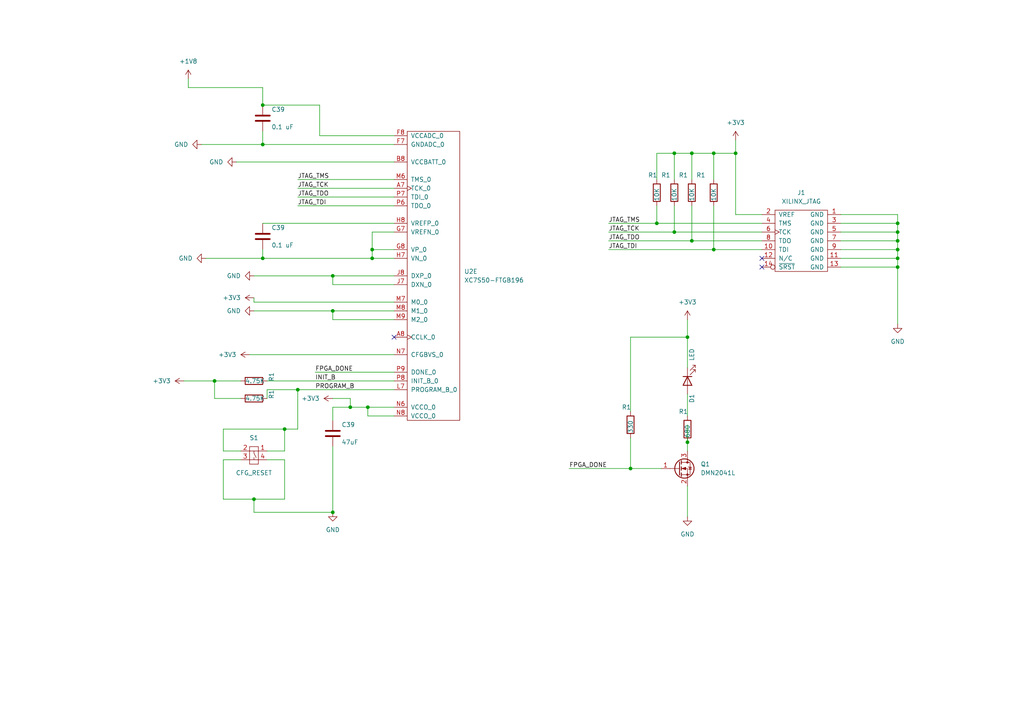
<source format=kicad_sch>
(kicad_sch (version 20230121) (generator eeschema)

  (uuid 864fdbf5-214b-4a35-ada2-60a26cc62784)

  (paper "A4")

  (lib_symbols
    (symbol "Device:C" (pin_numbers hide) (pin_names (offset 0.254)) (in_bom yes) (on_board yes)
      (property "Reference" "C" (at 0.635 2.54 0)
        (effects (font (size 1.27 1.27)) (justify left))
      )
      (property "Value" "C" (at 0.635 -2.54 0)
        (effects (font (size 1.27 1.27)) (justify left))
      )
      (property "Footprint" "" (at 0.9652 -3.81 0)
        (effects (font (size 1.27 1.27)) hide)
      )
      (property "Datasheet" "~" (at 0 0 0)
        (effects (font (size 1.27 1.27)) hide)
      )
      (property "ki_keywords" "cap capacitor" (at 0 0 0)
        (effects (font (size 1.27 1.27)) hide)
      )
      (property "ki_description" "Unpolarized capacitor" (at 0 0 0)
        (effects (font (size 1.27 1.27)) hide)
      )
      (property "ki_fp_filters" "C_*" (at 0 0 0)
        (effects (font (size 1.27 1.27)) hide)
      )
      (symbol "C_0_1"
        (polyline
          (pts
            (xy -2.032 -0.762)
            (xy 2.032 -0.762)
          )
          (stroke (width 0.508) (type default))
          (fill (type none))
        )
        (polyline
          (pts
            (xy -2.032 0.762)
            (xy 2.032 0.762)
          )
          (stroke (width 0.508) (type default))
          (fill (type none))
        )
      )
      (symbol "C_1_1"
        (pin passive line (at 0 3.81 270) (length 2.794)
          (name "~" (effects (font (size 1.27 1.27))))
          (number "1" (effects (font (size 1.27 1.27))))
        )
        (pin passive line (at 0 -3.81 90) (length 2.794)
          (name "~" (effects (font (size 1.27 1.27))))
          (number "2" (effects (font (size 1.27 1.27))))
        )
      )
    )
    (symbol "Device:LED" (pin_numbers hide) (pin_names (offset 1.016) hide) (in_bom yes) (on_board yes)
      (property "Reference" "D" (at 0 2.54 0)
        (effects (font (size 1.27 1.27)))
      )
      (property "Value" "LED" (at 0 -2.54 0)
        (effects (font (size 1.27 1.27)))
      )
      (property "Footprint" "" (at 0 0 0)
        (effects (font (size 1.27 1.27)) hide)
      )
      (property "Datasheet" "~" (at 0 0 0)
        (effects (font (size 1.27 1.27)) hide)
      )
      (property "ki_keywords" "LED diode" (at 0 0 0)
        (effects (font (size 1.27 1.27)) hide)
      )
      (property "ki_description" "Light emitting diode" (at 0 0 0)
        (effects (font (size 1.27 1.27)) hide)
      )
      (property "ki_fp_filters" "LED* LED_SMD:* LED_THT:*" (at 0 0 0)
        (effects (font (size 1.27 1.27)) hide)
      )
      (symbol "LED_0_1"
        (polyline
          (pts
            (xy -1.27 -1.27)
            (xy -1.27 1.27)
          )
          (stroke (width 0.254) (type default))
          (fill (type none))
        )
        (polyline
          (pts
            (xy -1.27 0)
            (xy 1.27 0)
          )
          (stroke (width 0) (type default))
          (fill (type none))
        )
        (polyline
          (pts
            (xy 1.27 -1.27)
            (xy 1.27 1.27)
            (xy -1.27 0)
            (xy 1.27 -1.27)
          )
          (stroke (width 0.254) (type default))
          (fill (type none))
        )
        (polyline
          (pts
            (xy -3.048 -0.762)
            (xy -4.572 -2.286)
            (xy -3.81 -2.286)
            (xy -4.572 -2.286)
            (xy -4.572 -1.524)
          )
          (stroke (width 0) (type default))
          (fill (type none))
        )
        (polyline
          (pts
            (xy -1.778 -0.762)
            (xy -3.302 -2.286)
            (xy -2.54 -2.286)
            (xy -3.302 -2.286)
            (xy -3.302 -1.524)
          )
          (stroke (width 0) (type default))
          (fill (type none))
        )
      )
      (symbol "LED_1_1"
        (pin passive line (at -3.81 0 0) (length 2.54)
          (name "K" (effects (font (size 1.27 1.27))))
          (number "1" (effects (font (size 1.27 1.27))))
        )
        (pin passive line (at 3.81 0 180) (length 2.54)
          (name "A" (effects (font (size 1.27 1.27))))
          (number "2" (effects (font (size 1.27 1.27))))
        )
      )
    )
    (symbol "Device:R" (pin_numbers hide) (pin_names (offset 0)) (in_bom yes) (on_board yes)
      (property "Reference" "R" (at 2.032 0 90)
        (effects (font (size 1.27 1.27)))
      )
      (property "Value" "R" (at 0 0 90)
        (effects (font (size 1.27 1.27)))
      )
      (property "Footprint" "" (at -1.778 0 90)
        (effects (font (size 1.27 1.27)) hide)
      )
      (property "Datasheet" "~" (at 0 0 0)
        (effects (font (size 1.27 1.27)) hide)
      )
      (property "ki_keywords" "R res resistor" (at 0 0 0)
        (effects (font (size 1.27 1.27)) hide)
      )
      (property "ki_description" "Resistor" (at 0 0 0)
        (effects (font (size 1.27 1.27)) hide)
      )
      (property "ki_fp_filters" "R_*" (at 0 0 0)
        (effects (font (size 1.27 1.27)) hide)
      )
      (symbol "R_0_1"
        (rectangle (start -1.016 -2.54) (end 1.016 2.54)
          (stroke (width 0.254) (type default))
          (fill (type none))
        )
      )
      (symbol "R_1_1"
        (pin passive line (at 0 3.81 270) (length 1.27)
          (name "~" (effects (font (size 1.27 1.27))))
          (number "1" (effects (font (size 1.27 1.27))))
        )
        (pin passive line (at 0 -3.81 90) (length 1.27)
          (name "~" (effects (font (size 1.27 1.27))))
          (number "2" (effects (font (size 1.27 1.27))))
        )
      )
    )
    (symbol "FPGA_project_parts_1:B3FS_1010P" (pin_names (offset 1.016) hide) (in_bom yes) (on_board yes)
      (property "Reference" "S" (at 0 3.81 0)
        (effects (font (size 1.27 1.27)))
      )
      (property "Value" "B3FS_1010P" (at 0 -3.81 0)
        (effects (font (size 1.27 1.27)))
      )
      (property "Footprint" "my_parts:B3FS_1010P" (at 0 0 0)
        (effects (font (size 1.27 1.27)) hide)
      )
      (property "Datasheet" "" (at 0 0 0)
        (effects (font (size 1.27 1.27)) hide)
      )
      (symbol "B3FS_1010P_0_1"
        (rectangle (start -1.27 2.54) (end 1.27 -2.54)
          (stroke (width 0) (type solid))
          (fill (type none))
        )
        (polyline
          (pts
            (xy -1.27 -1.27)
            (xy 1.27 -1.27)
          )
          (stroke (width 0) (type solid))
          (fill (type none))
        )
        (polyline
          (pts
            (xy -1.27 1.27)
            (xy 1.27 1.27)
          )
          (stroke (width 0) (type solid))
          (fill (type none))
        )
        (polyline
          (pts
            (xy 0 1.27)
            (xy 0 0.635)
          )
          (stroke (width 0) (type solid))
          (fill (type none))
        )
        (polyline
          (pts
            (xy 0 -1.27)
            (xy 0 -0.635)
            (xy 0.635 0.635)
          )
          (stroke (width 0) (type solid))
          (fill (type none))
        )
      )
      (symbol "B3FS_1010P_1_1"
        (pin input line (at 3.81 -1.27 180) (length 2.54)
          (name "1" (effects (font (size 1.27 1.27))))
          (number "1" (effects (font (size 1.27 1.27))))
        )
        (pin input line (at -3.81 -1.27 0) (length 2.54)
          (name "2" (effects (font (size 1.27 1.27))))
          (number "2" (effects (font (size 1.27 1.27))))
        )
        (pin input line (at -3.81 1.27 0) (length 2.54)
          (name "3" (effects (font (size 1.27 1.27))))
          (number "3" (effects (font (size 1.27 1.27))))
        )
        (pin input line (at 3.81 1.27 180) (length 2.54)
          (name "4" (effects (font (size 1.27 1.27))))
          (number "4" (effects (font (size 1.27 1.27))))
        )
      )
    )
    (symbol "FPGA_project_partsalarm:XC7S50-FTGB196" (pin_names (offset 1.016)) (in_bom yes) (on_board yes)
      (property "Reference" "U" (at -1.27 69.85 0)
        (effects (font (size 1.27 1.27)))
      )
      (property "Value" "XC7S50-FTGB196" (at 0 -69.85 0)
        (effects (font (size 1.27 1.27)))
      )
      (property "Footprint" "Package_BGA:Xilinx_FTGB196" (at -6.35 0 0)
        (effects (font (size 1.27 1.27)) hide)
      )
      (property "Datasheet" "" (at -6.35 0 0)
        (effects (font (size 1.27 1.27)) hide)
      )
      (property "ki_locked" "" (at 0 0 0)
        (effects (font (size 1.27 1.27)))
      )
      (symbol "XC7S50-FTGB196_1_1"
        (rectangle (start -7.62 31.75) (end 7.62 -31.75)
          (stroke (width 0) (type solid))
          (fill (type none))
        )
        (pin power_in line (at -11.43 30.48 0) (length 3.81)
          (name "GND" (effects (font (size 1.27 1.27))))
          (number "A1" (effects (font (size 1.27 1.27))))
        )
        (pin power_in line (at -11.43 22.86 0) (length 3.81)
          (name "GND" (effects (font (size 1.27 1.27))))
          (number "A11" (effects (font (size 1.27 1.27))))
        )
        (pin power_in line (at -11.43 20.32 0) (length 3.81)
          (name "GND" (effects (font (size 1.27 1.27))))
          (number "A14" (effects (font (size 1.27 1.27))))
        )
        (pin power_in line (at -11.43 27.94 0) (length 3.81)
          (name "GND" (effects (font (size 1.27 1.27))))
          (number "A6" (effects (font (size 1.27 1.27))))
        )
        (pin power_in line (at -11.43 25.4 0) (length 3.81)
          (name "GND" (effects (font (size 1.27 1.27))))
          (number "A9" (effects (font (size 1.27 1.27))))
        )
        (pin power_in line (at -11.43 17.78 0) (length 3.81)
          (name "GND" (effects (font (size 1.27 1.27))))
          (number "B4" (effects (font (size 1.27 1.27))))
        )
        (pin power_in line (at -11.43 15.24 0) (length 3.81)
          (name "GND" (effects (font (size 1.27 1.27))))
          (number "B7" (effects (font (size 1.27 1.27))))
        )
        (pin power_in line (at -11.43 12.7 0) (length 3.81)
          (name "GND" (effects (font (size 1.27 1.27))))
          (number "B9" (effects (font (size 1.27 1.27))))
        )
        (pin power_in line (at -11.43 -2.54 0) (length 3.81)
          (name "GND" (effects (font (size 1.27 1.27))))
          (number "C13" (effects (font (size 1.27 1.27))))
        )
        (pin power_in line (at -11.43 10.16 0) (length 3.81)
          (name "GND" (effects (font (size 1.27 1.27))))
          (number "C2" (effects (font (size 1.27 1.27))))
        )
        (pin power_in line (at -11.43 7.62 0) (length 3.81)
          (name "GND" (effects (font (size 1.27 1.27))))
          (number "C6" (effects (font (size 1.27 1.27))))
        )
        (pin power_in line (at -11.43 5.08 0) (length 3.81)
          (name "GND" (effects (font (size 1.27 1.27))))
          (number "C7" (effects (font (size 1.27 1.27))))
        )
        (pin power_in line (at -11.43 2.54 0) (length 3.81)
          (name "GND" (effects (font (size 1.27 1.27))))
          (number "C8" (effects (font (size 1.27 1.27))))
        )
        (pin power_in line (at -11.43 0 0) (length 3.81)
          (name "GND" (effects (font (size 1.27 1.27))))
          (number "C9" (effects (font (size 1.27 1.27))))
        )
        (pin power_in line (at -11.43 -12.7 0) (length 3.81)
          (name "GND" (effects (font (size 1.27 1.27))))
          (number "D11" (effects (font (size 1.27 1.27))))
        )
        (pin power_in line (at -11.43 -5.08 0) (length 3.81)
          (name "GND" (effects (font (size 1.27 1.27))))
          (number "D5" (effects (font (size 1.27 1.27))))
        )
        (pin power_in line (at -11.43 -7.62 0) (length 3.81)
          (name "GND" (effects (font (size 1.27 1.27))))
          (number "D7" (effects (font (size 1.27 1.27))))
        )
        (pin power_in line (at -11.43 -10.16 0) (length 3.81)
          (name "GND" (effects (font (size 1.27 1.27))))
          (number "D9" (effects (font (size 1.27 1.27))))
        )
        (pin power_in line (at -11.43 -15.24 0) (length 3.81)
          (name "GND" (effects (font (size 1.27 1.27))))
          (number "E1" (effects (font (size 1.27 1.27))))
        )
        (pin power_in line (at -11.43 -25.4 0) (length 3.81)
          (name "GND" (effects (font (size 1.27 1.27))))
          (number "E10" (effects (font (size 1.27 1.27))))
        )
        (pin power_in line (at -11.43 -27.94 0) (length 3.81)
          (name "GND" (effects (font (size 1.27 1.27))))
          (number "E14" (effects (font (size 1.27 1.27))))
        )
        (pin power_in line (at -11.43 -17.78 0) (length 3.81)
          (name "GND" (effects (font (size 1.27 1.27))))
          (number "E3" (effects (font (size 1.27 1.27))))
        )
        (pin power_in line (at -11.43 -20.32 0) (length 3.81)
          (name "GND" (effects (font (size 1.27 1.27))))
          (number "E6" (effects (font (size 1.27 1.27))))
        )
        (pin power_in line (at -11.43 -22.86 0) (length 3.81)
          (name "GND" (effects (font (size 1.27 1.27))))
          (number "E8" (effects (font (size 1.27 1.27))))
        )
        (pin power_in line (at 11.43 20.32 180) (length 3.81)
          (name "GND" (effects (font (size 1.27 1.27))))
          (number "F5" (effects (font (size 1.27 1.27))))
        )
        (pin power_in line (at 11.43 22.86 180) (length 3.81)
          (name "GND" (effects (font (size 1.27 1.27))))
          (number "F9" (effects (font (size 1.27 1.27))))
        )
        (pin power_in line (at 11.43 30.48 180) (length 3.81)
          (name "GND" (effects (font (size 1.27 1.27))))
          (number "G10" (effects (font (size 1.27 1.27))))
        )
        (pin power_in line (at -11.43 -30.48 0) (length 3.81)
          (name "GND" (effects (font (size 1.27 1.27))))
          (number "G12" (effects (font (size 1.27 1.27))))
        )
        (pin power_in line (at 11.43 25.4 180) (length 3.81)
          (name "GND" (effects (font (size 1.27 1.27))))
          (number "G3" (effects (font (size 1.27 1.27))))
        )
        (pin power_in line (at 11.43 27.94 180) (length 3.81)
          (name "GND" (effects (font (size 1.27 1.27))))
          (number "G6" (effects (font (size 1.27 1.27))))
        )
        (pin power_in line (at 11.43 0 180) (length 3.81)
          (name "GND" (effects (font (size 1.27 1.27))))
          (number "H5" (effects (font (size 1.27 1.27))))
        )
        (pin power_in line (at 11.43 2.54 180) (length 3.81)
          (name "GND" (effects (font (size 1.27 1.27))))
          (number "H9" (effects (font (size 1.27 1.27))))
        )
        (pin power_in line (at 11.43 7.62 180) (length 3.81)
          (name "GND" (effects (font (size 1.27 1.27))))
          (number "J10" (effects (font (size 1.27 1.27))))
        )
        (pin power_in line (at 11.43 5.08 180) (length 3.81)
          (name "GND" (effects (font (size 1.27 1.27))))
          (number "J6" (effects (font (size 1.27 1.27))))
        )
        (pin power_in line (at 11.43 10.16 180) (length 3.81)
          (name "GND" (effects (font (size 1.27 1.27))))
          (number "K1" (effects (font (size 1.27 1.27))))
        )
        (pin power_in line (at 11.43 -2.54 180) (length 3.81)
          (name "GND" (effects (font (size 1.27 1.27))))
          (number "K14" (effects (font (size 1.27 1.27))))
        )
        (pin power_in line (at 11.43 12.7 180) (length 3.81)
          (name "GND" (effects (font (size 1.27 1.27))))
          (number "K5" (effects (font (size 1.27 1.27))))
        )
        (pin power_in line (at 11.43 15.24 180) (length 3.81)
          (name "GND" (effects (font (size 1.27 1.27))))
          (number "K7" (effects (font (size 1.27 1.27))))
        )
        (pin power_in line (at 11.43 17.78 180) (length 3.81)
          (name "GND" (effects (font (size 1.27 1.27))))
          (number "K9" (effects (font (size 1.27 1.27))))
        )
        (pin power_in line (at 11.43 -12.7 180) (length 3.81)
          (name "GND" (effects (font (size 1.27 1.27))))
          (number "L10" (effects (font (size 1.27 1.27))))
        )
        (pin power_in line (at 11.43 -15.24 180) (length 3.81)
          (name "GND" (effects (font (size 1.27 1.27))))
          (number "L11" (effects (font (size 1.27 1.27))))
        )
        (pin power_in line (at 11.43 -5.08 180) (length 3.81)
          (name "GND" (effects (font (size 1.27 1.27))))
          (number "L4" (effects (font (size 1.27 1.27))))
        )
        (pin power_in line (at 11.43 -7.62 180) (length 3.81)
          (name "GND" (effects (font (size 1.27 1.27))))
          (number "L6" (effects (font (size 1.27 1.27))))
        )
        (pin power_in line (at 11.43 -10.16 180) (length 3.81)
          (name "GND" (effects (font (size 1.27 1.27))))
          (number "L8" (effects (font (size 1.27 1.27))))
        )
        (pin power_in line (at 11.43 -25.4 180) (length 3.81)
          (name "GND" (effects (font (size 1.27 1.27))))
          (number "N12" (effects (font (size 1.27 1.27))))
        )
        (pin power_in line (at 11.43 -17.78 180) (length 3.81)
          (name "GND" (effects (font (size 1.27 1.27))))
          (number "N3" (effects (font (size 1.27 1.27))))
        )
        (pin power_in line (at 11.43 -20.32 180) (length 3.81)
          (name "GND" (effects (font (size 1.27 1.27))))
          (number "N5" (effects (font (size 1.27 1.27))))
        )
        (pin power_in line (at 11.43 -22.86 180) (length 3.81)
          (name "GND" (effects (font (size 1.27 1.27))))
          (number "N9" (effects (font (size 1.27 1.27))))
        )
        (pin power_in line (at 11.43 -27.94 180) (length 3.81)
          (name "GND" (effects (font (size 1.27 1.27))))
          (number "P1" (effects (font (size 1.27 1.27))))
        )
        (pin power_in line (at 11.43 -30.48 180) (length 3.81)
          (name "GND" (effects (font (size 1.27 1.27))))
          (number "P14" (effects (font (size 1.27 1.27))))
        )
      )
      (symbol "XC7S50-FTGB196_2_1"
        (rectangle (start 10.16 12.7) (end -11.43 -12.7)
          (stroke (width 0) (type solid))
          (fill (type none))
        )
        (pin power_in line (at 13.97 11.43 180) (length 3.81)
          (name "VCCINT" (effects (font (size 1.27 1.27))))
          (number "D6" (effects (font (size 1.27 1.27))))
        )
        (pin power_in line (at 13.97 8.89 180) (length 3.81)
          (name "VCCINT" (effects (font (size 1.27 1.27))))
          (number "D8" (effects (font (size 1.27 1.27))))
        )
        (pin power_in line (at -15.24 -6.35 0) (length 3.81)
          (name "VCCBRAM" (effects (font (size 1.27 1.27))))
          (number "E5" (effects (font (size 1.27 1.27))))
        )
        (pin power_in line (at 13.97 6.35 180) (length 3.81)
          (name "VCCINT" (effects (font (size 1.27 1.27))))
          (number "E7" (effects (font (size 1.27 1.27))))
        )
        (pin power_in line (at 13.97 3.81 180) (length 3.81)
          (name "VCCINT" (effects (font (size 1.27 1.27))))
          (number "E9" (effects (font (size 1.27 1.27))))
        )
        (pin power_in line (at -15.24 11.43 0) (length 3.81)
          (name "VCCAUX" (effects (font (size 1.27 1.27))))
          (number "F10" (effects (font (size 1.27 1.27))))
        )
        (pin power_in line (at 13.97 1.27 180) (length 3.81)
          (name "VCCINT" (effects (font (size 1.27 1.27))))
          (number "F6" (effects (font (size 1.27 1.27))))
        )
        (pin power_in line (at -15.24 -8.89 0) (length 3.81)
          (name "VCCBRAM" (effects (font (size 1.27 1.27))))
          (number "G5" (effects (font (size 1.27 1.27))))
        )
        (pin power_in line (at 13.97 -1.27 180) (length 3.81)
          (name "VCCINT" (effects (font (size 1.27 1.27))))
          (number "G9" (effects (font (size 1.27 1.27))))
        )
        (pin power_in line (at -15.24 8.89 0) (length 3.81)
          (name "VCCAUX" (effects (font (size 1.27 1.27))))
          (number "H10" (effects (font (size 1.27 1.27))))
        )
        (pin power_in line (at 13.97 -3.81 180) (length 3.81)
          (name "VCCINT" (effects (font (size 1.27 1.27))))
          (number "H6" (effects (font (size 1.27 1.27))))
        )
        (pin power_in line (at -15.24 -11.43 0) (length 3.81)
          (name "VCCBRAM" (effects (font (size 1.27 1.27))))
          (number "J5" (effects (font (size 1.27 1.27))))
        )
        (pin power_in line (at 13.97 -6.35 180) (length 3.81)
          (name "VCCINT" (effects (font (size 1.27 1.27))))
          (number "J9" (effects (font (size 1.27 1.27))))
        )
        (pin power_in line (at -15.24 6.35 0) (length 3.81)
          (name "VCCAUX" (effects (font (size 1.27 1.27))))
          (number "K10" (effects (font (size 1.27 1.27))))
        )
        (pin power_in line (at 13.97 -8.89 180) (length 3.81)
          (name "VCCINT" (effects (font (size 1.27 1.27))))
          (number "K6" (effects (font (size 1.27 1.27))))
        )
        (pin power_in line (at 13.97 -11.43 180) (length 3.81)
          (name "VCCINT" (effects (font (size 1.27 1.27))))
          (number "K8" (effects (font (size 1.27 1.27))))
        )
        (pin power_in line (at -15.24 3.81 0) (length 3.81)
          (name "VCCAUX" (effects (font (size 1.27 1.27))))
          (number "L9" (effects (font (size 1.27 1.27))))
        )
      )
      (symbol "XC7S50-FTGB196_3_1"
        (rectangle (start -17.78 68.58) (end 17.78 -68.58)
          (stroke (width 0) (type solid))
          (fill (type none))
        )
        (pin bidirectional line (at -21.59 52.07 0) (length 3.81)
          (name "IO_L3N_T0_DQS_EMCCLK_14" (effects (font (size 1.27 1.27))))
          (number "A10" (effects (font (size 1.27 1.27))))
        )
        (pin bidirectional line (at -21.59 49.53 0) (length 3.81)
          (name "IO_L4P_T0_D04_14" (effects (font (size 1.27 1.27))))
          (number "A12" (effects (font (size 1.27 1.27))))
        )
        (pin bidirectional line (at -21.59 46.99 0) (length 3.81)
          (name "IO_L4N_T0_D05_14" (effects (font (size 1.27 1.27))))
          (number "A13" (effects (font (size 1.27 1.27))))
        )
        (pin bidirectional line (at -21.59 54.61 0) (length 3.81)
          (name "IO_L3P_T0_DQS_PUDC_B_14" (effects (font (size 1.27 1.27))))
          (number "B10" (effects (font (size 1.27 1.27))))
        )
        (pin bidirectional line (at -21.59 64.77 0) (length 3.81)
          (name "IO_L1P_T0_D00_MOSI_14" (effects (font (size 1.27 1.27))))
          (number "B11" (effects (font (size 1.27 1.27))))
        )
        (pin bidirectional line (at -21.59 62.23 0) (length 3.81)
          (name "IO_L1N_T0_D01_DIN_14" (effects (font (size 1.27 1.27))))
          (number "B12" (effects (font (size 1.27 1.27))))
        )
        (pin bidirectional line (at -21.59 44.45 0) (length 3.81)
          (name "IO_L5P_T0_D06_14" (effects (font (size 1.27 1.27))))
          (number "B13" (effects (font (size 1.27 1.27))))
        )
        (pin bidirectional line (at -21.59 41.91 0) (length 3.81)
          (name "IO_L5N_T0_D07_14" (effects (font (size 1.27 1.27))))
          (number "B14" (effects (font (size 1.27 1.27))))
        )
        (pin bidirectional line (at -21.59 57.15 0) (length 3.81)
          (name "IO_L2N_T0_D03_14" (effects (font (size 1.27 1.27))))
          (number "C10" (effects (font (size 1.27 1.27))))
        )
        (pin bidirectional line (at -21.59 39.37 0) (length 3.81)
          (name "IO_L6P_T0_FCS_B_14" (effects (font (size 1.27 1.27))))
          (number "C11" (effects (font (size 1.27 1.27))))
        )
        (pin bidirectional line (at -21.59 36.83 0) (length 3.81)
          (name "IO_L6N_T0_D08_VREF_14" (effects (font (size 1.27 1.27))))
          (number "C12" (effects (font (size 1.27 1.27))))
        )
        (pin bidirectional line (at -21.59 11.43 0) (length 3.81)
          (name "IO_L11N_T1_SRCC_14" (effects (font (size 1.27 1.27))))
          (number "C14" (effects (font (size 1.27 1.27))))
        )
        (pin bidirectional line (at -21.59 59.69 0) (length 3.81)
          (name "IO_L2P_T0_D02_14" (effects (font (size 1.27 1.27))))
          (number "D10" (effects (font (size 1.27 1.27))))
        )
        (pin bidirectional line (at -21.59 29.21 0) (length 3.81)
          (name "IO_L8P_T1_D11_14" (effects (font (size 1.27 1.27))))
          (number "D12" (effects (font (size 1.27 1.27))))
        )
        (pin bidirectional line (at -21.59 26.67 0) (length 3.81)
          (name "IO_L8N_T1_D12_14" (effects (font (size 1.27 1.27))))
          (number "D13" (effects (font (size 1.27 1.27))))
        )
        (pin bidirectional line (at -21.59 13.97 0) (length 3.81)
          (name "IO_L11P_T1_SRCC_14" (effects (font (size 1.27 1.27))))
          (number "D14" (effects (font (size 1.27 1.27))))
        )
        (pin bidirectional line (at -21.59 67.31 0) (length 3.81)
          (name "IO_0_14" (effects (font (size 1.27 1.27))))
          (number "E11" (effects (font (size 1.27 1.27))))
        )
        (pin bidirectional line (at -21.59 31.75 0) (length 3.81)
          (name "IO_L7N_T1_D10_14" (effects (font (size 1.27 1.27))))
          (number "E12" (effects (font (size 1.27 1.27))))
        )
        (pin bidirectional line (at -21.59 16.51 0) (length 3.81)
          (name "IO_L10N_T1_D15_14" (effects (font (size 1.27 1.27))))
          (number "E13" (effects (font (size 1.27 1.27))))
        )
        (pin bidirectional line (at -21.59 6.35 0) (length 3.81)
          (name "IO_L12N_T1_MRCC_14" (effects (font (size 1.27 1.27))))
          (number "F11" (effects (font (size 1.27 1.27))))
        )
        (pin bidirectional line (at -21.59 34.29 0) (length 3.81)
          (name "IO_L7P_T1_D09_14" (effects (font (size 1.27 1.27))))
          (number "F12" (effects (font (size 1.27 1.27))))
        )
        (pin bidirectional line (at -21.59 19.05 0) (length 3.81)
          (name "IO_L10P_T1_D14_14" (effects (font (size 1.27 1.27))))
          (number "F13" (effects (font (size 1.27 1.27))))
        )
        (pin bidirectional line (at -21.59 21.59 0) (length 3.81)
          (name "IO_L9N_T1_DQS_D13_14" (effects (font (size 1.27 1.27))))
          (number "F14" (effects (font (size 1.27 1.27))))
        )
        (pin bidirectional line (at -21.59 8.89 0) (length 3.81)
          (name "IO_L12P_T1_MRCC_14" (effects (font (size 1.27 1.27))))
          (number "G11" (effects (font (size 1.27 1.27))))
        )
        (pin power_in line (at -21.59 -62.23 0) (length 3.81)
          (name "VCCO_14" (effects (font (size 1.27 1.27))))
          (number "G13" (effects (font (size 1.27 1.27))))
        )
        (pin bidirectional line (at -21.59 24.13 0) (length 3.81)
          (name "IO_L9P_T1_DQS_14" (effects (font (size 1.27 1.27))))
          (number "G14" (effects (font (size 1.27 1.27))))
        )
        (pin bidirectional line (at -21.59 3.81 0) (length 3.81)
          (name "IO_L13P_T2_MRCC_14" (effects (font (size 1.27 1.27))))
          (number "H11" (effects (font (size 1.27 1.27))))
        )
        (pin bidirectional line (at -21.59 1.27 0) (length 3.81)
          (name "IO_L13N_T2_MRCC_14" (effects (font (size 1.27 1.27))))
          (number "H12" (effects (font (size 1.27 1.27))))
        )
        (pin bidirectional line (at -21.59 -1.27 0) (length 3.81)
          (name "IO_L14P_T2_SRCC_14" (effects (font (size 1.27 1.27))))
          (number "H13" (effects (font (size 1.27 1.27))))
        )
        (pin bidirectional line (at -21.59 -3.81 0) (length 3.81)
          (name "IO_L14N_T2_SRCC_14" (effects (font (size 1.27 1.27))))
          (number "H14" (effects (font (size 1.27 1.27))))
        )
        (pin bidirectional line (at -21.59 -16.51 0) (length 3.81)
          (name "IO_L17P_T2_D30_14" (effects (font (size 1.27 1.27))))
          (number "J11" (effects (font (size 1.27 1.27))))
        )
        (pin bidirectional line (at -21.59 -19.05 0) (length 3.81)
          (name "IO_L17N_T2_D29_14" (effects (font (size 1.27 1.27))))
          (number "J12" (effects (font (size 1.27 1.27))))
        )
        (pin bidirectional line (at -21.59 -21.59 0) (length 3.81)
          (name "IO_L18P_T2_D28_14" (effects (font (size 1.27 1.27))))
          (number "J13" (effects (font (size 1.27 1.27))))
        )
        (pin bidirectional line (at -21.59 -24.13 0) (length 3.81)
          (name "IO_L18N_T2_D27_14" (effects (font (size 1.27 1.27))))
          (number "J14" (effects (font (size 1.27 1.27))))
        )
        (pin bidirectional line (at -21.59 -26.67 0) (length 3.81)
          (name "IO_L19P_T3_D26_14" (effects (font (size 1.27 1.27))))
          (number "K11" (effects (font (size 1.27 1.27))))
        )
        (pin bidirectional line (at -21.59 -29.21 0) (length 3.81)
          (name "IO_L19N_T3_D25_VREF_14" (effects (font (size 1.27 1.27))))
          (number "K12" (effects (font (size 1.27 1.27))))
        )
        (pin power_in line (at -21.59 -64.77 0) (length 3.81)
          (name "VCCO_14" (effects (font (size 1.27 1.27))))
          (number "K13" (effects (font (size 1.27 1.27))))
        )
        (pin bidirectional line (at -21.59 -11.43 0) (length 3.81)
          (name "IO_L16P_T2_CSI_B_14" (effects (font (size 1.27 1.27))))
          (number "L12" (effects (font (size 1.27 1.27))))
        )
        (pin bidirectional line (at -21.59 -13.97 0) (length 3.81)
          (name "IO_L16N_T2_D31_14" (effects (font (size 1.27 1.27))))
          (number "L13" (effects (font (size 1.27 1.27))))
        )
        (pin bidirectional line (at -21.59 -8.89 0) (length 3.81)
          (name "IO_L15N_T2_DQS_DOUT_CSO_B_14" (effects (font (size 1.27 1.27))))
          (number "L14" (effects (font (size 1.27 1.27))))
        )
        (pin bidirectional line (at -21.59 -57.15 0) (length 3.81)
          (name "IO_25_14" (effects (font (size 1.27 1.27))))
          (number "M10" (effects (font (size 1.27 1.27))))
        )
        (pin bidirectional line (at -21.59 -31.75 0) (length 3.81)
          (name "IO_L20P_T3_D24_14" (effects (font (size 1.27 1.27))))
          (number "M11" (effects (font (size 1.27 1.27))))
        )
        (pin bidirectional line (at -21.59 -34.29 0) (length 3.81)
          (name "IO_L20N_T3_D23_14" (effects (font (size 1.27 1.27))))
          (number "M12" (effects (font (size 1.27 1.27))))
        )
        (pin bidirectional line (at -21.59 -6.35 0) (length 3.81)
          (name "IO_L15P_T2_DQS_RDWR_B_14" (effects (font (size 1.27 1.27))))
          (number "M13" (effects (font (size 1.27 1.27))))
        )
        (pin bidirectional line (at -21.59 -39.37 0) (length 3.81)
          (name "IO_L21N_T3_DQS_D22_14" (effects (font (size 1.27 1.27))))
          (number "M14" (effects (font (size 1.27 1.27))))
        )
        (pin bidirectional line (at -21.59 -46.99 0) (length 3.81)
          (name "IO_L23P_T3_D19_14" (effects (font (size 1.27 1.27))))
          (number "N10" (effects (font (size 1.27 1.27))))
        )
        (pin bidirectional line (at -21.59 -49.53 0) (length 3.81)
          (name "IO_L23N_T3_D18_14" (effects (font (size 1.27 1.27))))
          (number "N11" (effects (font (size 1.27 1.27))))
        )
        (pin power_in line (at -21.59 -67.31 0) (length 3.81)
          (name "VCCO_14" (effects (font (size 1.27 1.27))))
          (number "N13" (effects (font (size 1.27 1.27))))
        )
        (pin bidirectional line (at -21.59 -36.83 0) (length 3.81)
          (name "IO_L21P_T3_DQS_14" (effects (font (size 1.27 1.27))))
          (number "N14" (effects (font (size 1.27 1.27))))
        )
        (pin bidirectional line (at -21.59 -52.07 0) (length 3.81)
          (name "IO_L24P_T3_D17_14" (effects (font (size 1.27 1.27))))
          (number "P10" (effects (font (size 1.27 1.27))))
        )
        (pin bidirectional line (at -21.59 -54.61 0) (length 3.81)
          (name "IO_L24N_T3_D16_14" (effects (font (size 1.27 1.27))))
          (number "P11" (effects (font (size 1.27 1.27))))
        )
        (pin bidirectional line (at -21.59 -41.91 0) (length 3.81)
          (name "IO_L22P_T3_D21_14" (effects (font (size 1.27 1.27))))
          (number "P12" (effects (font (size 1.27 1.27))))
        )
        (pin bidirectional line (at -21.59 -44.45 0) (length 3.81)
          (name "IO_L22N_T3_D20_14" (effects (font (size 1.27 1.27))))
          (number "P13" (effects (font (size 1.27 1.27))))
        )
      )
      (symbol "XC7S50-FTGB196_4_1"
        (rectangle (start -17.78 68.58) (end 17.78 -68.58)
          (stroke (width 0) (type solid))
          (fill (type none))
        )
        (pin bidirectional line (at -21.59 52.07 0) (length 3.81)
          (name "IO_L3N_T0_DQS_34" (effects (font (size 1.27 1.27))))
          (number "A2" (effects (font (size 1.27 1.27))))
        )
        (pin bidirectional line (at -21.59 57.15 0) (length 3.81)
          (name "IO_L2N_T0_34" (effects (font (size 1.27 1.27))))
          (number "A3" (effects (font (size 1.27 1.27))))
        )
        (pin bidirectional line (at -21.59 59.69 0) (length 3.81)
          (name "IO_L2P_T0_34" (effects (font (size 1.27 1.27))))
          (number "A4" (effects (font (size 1.27 1.27))))
        )
        (pin bidirectional line (at -21.59 46.99 0) (length 3.81)
          (name "IO_L4N_T0_34" (effects (font (size 1.27 1.27))))
          (number "A5" (effects (font (size 1.27 1.27))))
        )
        (pin bidirectional line (at -21.59 41.91 0) (length 3.81)
          (name "IO_L5N_T0_34" (effects (font (size 1.27 1.27))))
          (number "B1" (effects (font (size 1.27 1.27))))
        )
        (pin bidirectional line (at -21.59 44.45 0) (length 3.81)
          (name "IO_L5P_T0_34" (effects (font (size 1.27 1.27))))
          (number "B2" (effects (font (size 1.27 1.27))))
        )
        (pin bidirectional line (at -21.59 54.61 0) (length 3.81)
          (name "IO_L3P_T0_DQS_34" (effects (font (size 1.27 1.27))))
          (number "B3" (effects (font (size 1.27 1.27))))
        )
        (pin bidirectional line (at -21.59 49.53 0) (length 3.81)
          (name "IO_L4P_T0_34" (effects (font (size 1.27 1.27))))
          (number "B5" (effects (font (size 1.27 1.27))))
        )
        (pin bidirectional line (at -21.59 67.31 0) (length 3.81)
          (name "IO_0_34" (effects (font (size 1.27 1.27))))
          (number "B6" (effects (font (size 1.27 1.27))))
        )
        (pin bidirectional line (at -21.59 11.43 0) (length 3.81)
          (name "IO_L11N_T1_SRCC_34" (effects (font (size 1.27 1.27))))
          (number "C1" (effects (font (size 1.27 1.27))))
        )
        (pin bidirectional line (at -21.59 62.23 0) (length 3.81)
          (name "IO_L1N_T0_34" (effects (font (size 1.27 1.27))))
          (number "C3" (effects (font (size 1.27 1.27))))
        )
        (pin bidirectional line (at -21.59 36.83 0) (length 3.81)
          (name "IO_L6N_T0_VREF_34" (effects (font (size 1.27 1.27))))
          (number "C4" (effects (font (size 1.27 1.27))))
        )
        (pin bidirectional line (at -21.59 39.37 0) (length 3.81)
          (name "IO_L6P_T0_34" (effects (font (size 1.27 1.27))))
          (number "C5" (effects (font (size 1.27 1.27))))
        )
        (pin bidirectional line (at -21.59 13.97 0) (length 3.81)
          (name "IO_L11P_T1_SRCC_34" (effects (font (size 1.27 1.27))))
          (number "D1" (effects (font (size 1.27 1.27))))
        )
        (pin bidirectional line (at -21.59 16.51 0) (length 3.81)
          (name "IO_L10N_T1_34" (effects (font (size 1.27 1.27))))
          (number "D2" (effects (font (size 1.27 1.27))))
        )
        (pin bidirectional line (at -21.59 64.77 0) (length 3.81)
          (name "IO_L1P_T0_34" (effects (font (size 1.27 1.27))))
          (number "D3" (effects (font (size 1.27 1.27))))
        )
        (pin bidirectional line (at -21.59 31.75 0) (length 3.81)
          (name "IO_L7N_T1_34" (effects (font (size 1.27 1.27))))
          (number "D4" (effects (font (size 1.27 1.27))))
        )
        (pin bidirectional line (at -21.59 19.05 0) (length 3.81)
          (name "IO_L10P_T1_34" (effects (font (size 1.27 1.27))))
          (number "E2" (effects (font (size 1.27 1.27))))
        )
        (pin bidirectional line (at -21.59 34.29 0) (length 3.81)
          (name "IO_L7P_T1_34" (effects (font (size 1.27 1.27))))
          (number "E4" (effects (font (size 1.27 1.27))))
        )
        (pin bidirectional line (at -21.59 21.59 0) (length 3.81)
          (name "IO_L9N_T1_DQS_34" (effects (font (size 1.27 1.27))))
          (number "F1" (effects (font (size 1.27 1.27))))
        )
        (pin bidirectional line (at -21.59 26.67 0) (length 3.81)
          (name "IO_L8N_T1_34" (effects (font (size 1.27 1.27))))
          (number "F2" (effects (font (size 1.27 1.27))))
        )
        (pin bidirectional line (at -21.59 29.21 0) (length 3.81)
          (name "IO_L8P_T1_34" (effects (font (size 1.27 1.27))))
          (number "F3" (effects (font (size 1.27 1.27))))
        )
        (pin bidirectional line (at -21.59 6.35 0) (length 3.81)
          (name "IO_L12N_T1_MRCC_34" (effects (font (size 1.27 1.27))))
          (number "F4" (effects (font (size 1.27 1.27))))
        )
        (pin bidirectional line (at -21.59 24.13 0) (length 3.81)
          (name "IO_L9P_T1_DQS_34" (effects (font (size 1.27 1.27))))
          (number "G1" (effects (font (size 1.27 1.27))))
        )
        (pin power_in line (at -21.59 -62.23 0) (length 3.81)
          (name "VCCO_34" (effects (font (size 1.27 1.27))))
          (number "G2" (effects (font (size 1.27 1.27))))
        )
        (pin bidirectional line (at -21.59 8.89 0) (length 3.81)
          (name "IO_L12P_T1_MRCC_34" (effects (font (size 1.27 1.27))))
          (number "G4" (effects (font (size 1.27 1.27))))
        )
        (pin bidirectional line (at -21.59 -3.81 0) (length 3.81)
          (name "IO_L14N_T2_SRCC_34" (effects (font (size 1.27 1.27))))
          (number "H1" (effects (font (size 1.27 1.27))))
        )
        (pin bidirectional line (at -21.59 -1.27 0) (length 3.81)
          (name "IO_L14P_T2_SRCC_34" (effects (font (size 1.27 1.27))))
          (number "H2" (effects (font (size 1.27 1.27))))
        )
        (pin bidirectional line (at -21.59 1.27 0) (length 3.81)
          (name "IO_L13N_T2_MRCC_34" (effects (font (size 1.27 1.27))))
          (number "H3" (effects (font (size 1.27 1.27))))
        )
        (pin bidirectional line (at -21.59 3.81 0) (length 3.81)
          (name "IO_L13P_T2_MRCC_34" (effects (font (size 1.27 1.27))))
          (number "H4" (effects (font (size 1.27 1.27))))
        )
        (pin bidirectional line (at -21.59 -8.89 0) (length 3.81)
          (name "IO_L15N_T2_DQS_34" (effects (font (size 1.27 1.27))))
          (number "J1" (effects (font (size 1.27 1.27))))
        )
        (pin bidirectional line (at -21.59 -6.35 0) (length 3.81)
          (name "IO_L15P_T2_DQS_34" (effects (font (size 1.27 1.27))))
          (number "J2" (effects (font (size 1.27 1.27))))
        )
        (pin bidirectional line (at -21.59 -19.05 0) (length 3.81)
          (name "IO_L17N_T2_34" (effects (font (size 1.27 1.27))))
          (number "J3" (effects (font (size 1.27 1.27))))
        )
        (pin bidirectional line (at -21.59 -16.51 0) (length 3.81)
          (name "IO_L17P_T2_34" (effects (font (size 1.27 1.27))))
          (number "J4" (effects (font (size 1.27 1.27))))
        )
        (pin power_in line (at -21.59 -64.77 0) (length 3.81)
          (name "VCCO_34" (effects (font (size 1.27 1.27))))
          (number "K2" (effects (font (size 1.27 1.27))))
        )
        (pin bidirectional line (at -21.59 -13.97 0) (length 3.81)
          (name "IO_L16N_T2_34" (effects (font (size 1.27 1.27))))
          (number "K3" (effects (font (size 1.27 1.27))))
        )
        (pin bidirectional line (at -21.59 -11.43 0) (length 3.81)
          (name "IO_L16P_T2_34" (effects (font (size 1.27 1.27))))
          (number "K4" (effects (font (size 1.27 1.27))))
        )
        (pin bidirectional line (at -21.59 -24.13 0) (length 3.81)
          (name "IO_L18N_T2_34" (effects (font (size 1.27 1.27))))
          (number "L1" (effects (font (size 1.27 1.27))))
        )
        (pin bidirectional line (at -21.59 -44.45 0) (length 3.81)
          (name "IO_L22N_T3_34" (effects (font (size 1.27 1.27))))
          (number "L2" (effects (font (size 1.27 1.27))))
        )
        (pin bidirectional line (at -21.59 -41.91 0) (length 3.81)
          (name "IO_L22P_T3_34" (effects (font (size 1.27 1.27))))
          (number "L3" (effects (font (size 1.27 1.27))))
        )
        (pin bidirectional line (at -21.59 -57.15 0) (length 3.81)
          (name "IO_25_34" (effects (font (size 1.27 1.27))))
          (number "L5" (effects (font (size 1.27 1.27))))
        )
        (pin bidirectional line (at -21.59 -21.59 0) (length 3.81)
          (name "IO_L18P_T2_34" (effects (font (size 1.27 1.27))))
          (number "M1" (effects (font (size 1.27 1.27))))
        )
        (pin bidirectional line (at -21.59 -29.21 0) (length 3.81)
          (name "IO_L19N_T3_VREF_34" (effects (font (size 1.27 1.27))))
          (number "M2" (effects (font (size 1.27 1.27))))
        )
        (pin bidirectional line (at -21.59 -26.67 0) (length 3.81)
          (name "IO_L19P_T3_34" (effects (font (size 1.27 1.27))))
          (number "M3" (effects (font (size 1.27 1.27))))
        )
        (pin bidirectional line (at -21.59 -49.53 0) (length 3.81)
          (name "IO_L23N_T3_34" (effects (font (size 1.27 1.27))))
          (number "M4" (effects (font (size 1.27 1.27))))
        )
        (pin bidirectional line (at -21.59 -46.99 0) (length 3.81)
          (name "IO_L23P_T3_34" (effects (font (size 1.27 1.27))))
          (number "M5" (effects (font (size 1.27 1.27))))
        )
        (pin bidirectional line (at -21.59 -34.29 0) (length 3.81)
          (name "IO_L20N_T3_34" (effects (font (size 1.27 1.27))))
          (number "N1" (effects (font (size 1.27 1.27))))
        )
        (pin power_in line (at -21.59 -67.31 0) (length 3.81)
          (name "VCCO_34" (effects (font (size 1.27 1.27))))
          (number "N2" (effects (font (size 1.27 1.27))))
        )
        (pin bidirectional line (at -21.59 -54.61 0) (length 3.81)
          (name "IO_L24N_T3_34" (effects (font (size 1.27 1.27))))
          (number "N4" (effects (font (size 1.27 1.27))))
        )
        (pin bidirectional line (at -21.59 -31.75 0) (length 3.81)
          (name "IO_L20P_T3_34" (effects (font (size 1.27 1.27))))
          (number "P2" (effects (font (size 1.27 1.27))))
        )
        (pin bidirectional line (at -21.59 -39.37 0) (length 3.81)
          (name "IO_L21N_T3_DQS_34" (effects (font (size 1.27 1.27))))
          (number "P3" (effects (font (size 1.27 1.27))))
        )
        (pin bidirectional line (at -21.59 -36.83 0) (length 3.81)
          (name "IO_L21P_T3_DQS_34" (effects (font (size 1.27 1.27))))
          (number "P4" (effects (font (size 1.27 1.27))))
        )
        (pin bidirectional line (at -21.59 -52.07 0) (length 3.81)
          (name "IO_L24P_T3_34" (effects (font (size 1.27 1.27))))
          (number "P5" (effects (font (size 1.27 1.27))))
        )
      )
      (symbol "XC7S50-FTGB196_5_1"
        (rectangle (start -7.62 41.91) (end 7.62 -41.91)
          (stroke (width 0) (type solid))
          (fill (type none))
        )
        (pin input clock (at -11.43 25.4 0) (length 3.81)
          (name "TCK_0" (effects (font (size 1.27 1.27))))
          (number "A7" (effects (font (size 1.27 1.27))))
        )
        (pin output clock (at -11.43 -17.78 0) (length 3.81)
          (name "CCLK_0" (effects (font (size 1.27 1.27))))
          (number "A8" (effects (font (size 1.27 1.27))))
        )
        (pin power_in line (at -11.43 33.02 0) (length 3.81)
          (name "VCCBATT_0" (effects (font (size 1.27 1.27))))
          (number "B8" (effects (font (size 1.27 1.27))))
        )
        (pin power_in line (at -11.43 38.1 0) (length 3.81)
          (name "GNDADC_0" (effects (font (size 1.27 1.27))))
          (number "F7" (effects (font (size 1.27 1.27))))
        )
        (pin power_in line (at -11.43 40.64 0) (length 3.81)
          (name "VCCADC_0" (effects (font (size 1.27 1.27))))
          (number "F8" (effects (font (size 1.27 1.27))))
        )
        (pin input line (at -11.43 12.7 0) (length 3.81)
          (name "VREFN_0" (effects (font (size 1.27 1.27))))
          (number "G7" (effects (font (size 1.27 1.27))))
        )
        (pin input line (at -11.43 7.62 0) (length 3.81)
          (name "VP_0" (effects (font (size 1.27 1.27))))
          (number "G8" (effects (font (size 1.27 1.27))))
        )
        (pin input line (at -11.43 5.08 0) (length 3.81)
          (name "VN_0" (effects (font (size 1.27 1.27))))
          (number "H7" (effects (font (size 1.27 1.27))))
        )
        (pin input line (at -11.43 15.24 0) (length 3.81)
          (name "VREFP_0" (effects (font (size 1.27 1.27))))
          (number "H8" (effects (font (size 1.27 1.27))))
        )
        (pin passive line (at -11.43 -2.54 0) (length 3.81)
          (name "DXN_0" (effects (font (size 1.27 1.27))))
          (number "J7" (effects (font (size 1.27 1.27))))
        )
        (pin passive line (at -11.43 0 0) (length 3.81)
          (name "DXP_0" (effects (font (size 1.27 1.27))))
          (number "J8" (effects (font (size 1.27 1.27))))
        )
        (pin bidirectional line (at -11.43 -33.02 0) (length 3.81)
          (name "PROGRAM_B_0" (effects (font (size 1.27 1.27))))
          (number "L7" (effects (font (size 1.27 1.27))))
        )
        (pin input line (at -11.43 27.94 0) (length 3.81)
          (name "TMS_0" (effects (font (size 1.27 1.27))))
          (number "M6" (effects (font (size 1.27 1.27))))
        )
        (pin input line (at -11.43 -7.62 0) (length 3.81)
          (name "M0_0" (effects (font (size 1.27 1.27))))
          (number "M7" (effects (font (size 1.27 1.27))))
        )
        (pin input line (at -11.43 -10.16 0) (length 3.81)
          (name "M1_0" (effects (font (size 1.27 1.27))))
          (number "M8" (effects (font (size 1.27 1.27))))
        )
        (pin input line (at -11.43 -12.7 0) (length 3.81)
          (name "M2_0" (effects (font (size 1.27 1.27))))
          (number "M9" (effects (font (size 1.27 1.27))))
        )
        (pin power_in line (at -11.43 -38.1 0) (length 3.81)
          (name "VCCO_0" (effects (font (size 1.27 1.27))))
          (number "N6" (effects (font (size 1.27 1.27))))
        )
        (pin passive line (at -11.43 -22.86 0) (length 3.81)
          (name "CFGBVS_0" (effects (font (size 1.27 1.27))))
          (number "N7" (effects (font (size 1.27 1.27))))
        )
        (pin power_in line (at -11.43 -40.64 0) (length 3.81)
          (name "VCCO_0" (effects (font (size 1.27 1.27))))
          (number "N8" (effects (font (size 1.27 1.27))))
        )
        (pin output line (at -11.43 20.32 0) (length 3.81)
          (name "TDO_0" (effects (font (size 1.27 1.27))))
          (number "P6" (effects (font (size 1.27 1.27))))
        )
        (pin input line (at -11.43 22.86 0) (length 3.81)
          (name "TDI_0" (effects (font (size 1.27 1.27))))
          (number "P7" (effects (font (size 1.27 1.27))))
        )
        (pin passive line (at -11.43 -30.48 0) (length 3.81)
          (name "INIT_B_0" (effects (font (size 1.27 1.27))))
          (number "P8" (effects (font (size 1.27 1.27))))
        )
        (pin passive line (at -11.43 -27.94 0) (length 3.81)
          (name "DONE_0" (effects (font (size 1.27 1.27))))
          (number "P9" (effects (font (size 1.27 1.27))))
        )
      )
    )
    (symbol "FPGA_project_partsalarm:XILINX_JTAG" (pin_names (offset 1.016)) (in_bom yes) (on_board yes)
      (property "Reference" "J" (at 0 10.16 0)
        (effects (font (size 1.27 1.27)))
      )
      (property "Value" "XILINX_JTAG" (at 0 -10.16 0)
        (effects (font (size 1.27 1.27)))
      )
      (property "Footprint" "Connector_PinHeader_2.00mm:PinHeader_2x07_P2.00mm_Vertical_SMD" (at 0 0 0)
        (effects (font (size 1.27 1.27)) hide)
      )
      (property "Datasheet" "" (at 0 0 0)
        (effects (font (size 1.27 1.27)) hide)
      )
      (symbol "XILINX_JTAG_0_1"
        (rectangle (start -7.62 8.89) (end 7.62 -8.89)
          (stroke (width 0) (type solid))
          (fill (type none))
        )
      )
      (symbol "XILINX_JTAG_1_1"
        (pin power_in line (at 11.43 7.62 180) (length 3.81)
          (name "GND" (effects (font (size 1.27 1.27))))
          (number "1" (effects (font (size 1.27 1.27))))
        )
        (pin input line (at -11.43 -2.54 0) (length 3.81)
          (name "TDI" (effects (font (size 1.27 1.27))))
          (number "10" (effects (font (size 1.27 1.27))))
        )
        (pin power_in line (at 11.43 -5.08 180) (length 3.81)
          (name "GND" (effects (font (size 1.27 1.27))))
          (number "11" (effects (font (size 1.27 1.27))))
        )
        (pin passive line (at -11.43 -5.08 0) (length 3.81)
          (name "N/C" (effects (font (size 1.27 1.27))))
          (number "12" (effects (font (size 1.27 1.27))))
        )
        (pin power_in line (at 11.43 -7.62 180) (length 3.81)
          (name "GND" (effects (font (size 1.27 1.27))))
          (number "13" (effects (font (size 1.27 1.27))))
        )
        (pin input inverted (at -11.43 -7.62 0) (length 3.81)
          (name "~{SRST}" (effects (font (size 1.27 1.27))))
          (number "14" (effects (font (size 1.27 1.27))))
        )
        (pin input line (at -11.43 7.62 0) (length 3.81)
          (name "VREF" (effects (font (size 1.27 1.27))))
          (number "2" (effects (font (size 1.27 1.27))))
        )
        (pin power_in line (at 11.43 5.08 180) (length 3.81)
          (name "GND" (effects (font (size 1.27 1.27))))
          (number "3" (effects (font (size 1.27 1.27))))
        )
        (pin input line (at -11.43 5.08 0) (length 3.81)
          (name "TMS" (effects (font (size 1.27 1.27))))
          (number "4" (effects (font (size 1.27 1.27))))
        )
        (pin power_in line (at 11.43 2.54 180) (length 3.81)
          (name "GND" (effects (font (size 1.27 1.27))))
          (number "5" (effects (font (size 1.27 1.27))))
        )
        (pin input clock (at -11.43 2.54 0) (length 3.81)
          (name "TCK" (effects (font (size 1.27 1.27))))
          (number "6" (effects (font (size 1.27 1.27))))
        )
        (pin power_in line (at 11.43 0 180) (length 3.81)
          (name "GND" (effects (font (size 1.27 1.27))))
          (number "7" (effects (font (size 1.27 1.27))))
        )
        (pin output line (at -11.43 0 0) (length 3.81)
          (name "TDO" (effects (font (size 1.27 1.27))))
          (number "8" (effects (font (size 1.27 1.27))))
        )
        (pin power_in line (at 11.43 -2.54 180) (length 3.81)
          (name "GND" (effects (font (size 1.27 1.27))))
          (number "9" (effects (font (size 1.27 1.27))))
        )
      )
    )
    (symbol "Transistor_FET:DMN2041L" (pin_names hide) (in_bom yes) (on_board yes)
      (property "Reference" "Q" (at 5.08 1.905 0)
        (effects (font (size 1.27 1.27)) (justify left))
      )
      (property "Value" "DMN2041L" (at 5.08 0 0)
        (effects (font (size 1.27 1.27)) (justify left))
      )
      (property "Footprint" "Package_TO_SOT_SMD:SOT-23" (at 5.08 -1.905 0)
        (effects (font (size 1.27 1.27) italic) (justify left) hide)
      )
      (property "Datasheet" "https://www.diodes.com/assets/Datasheets/products_inactive_data/DMN2041L.pdf" (at 0 0 0)
        (effects (font (size 1.27 1.27)) (justify left) hide)
      )
      (property "ki_keywords" "N-Channel MOSFET" (at 0 0 0)
        (effects (font (size 1.27 1.27)) hide)
      )
      (property "ki_description" "6.4A Id, 20V Vds, N-Channel MOSFET, SOT-23" (at 0 0 0)
        (effects (font (size 1.27 1.27)) hide)
      )
      (property "ki_fp_filters" "SOT?23*" (at 0 0 0)
        (effects (font (size 1.27 1.27)) hide)
      )
      (symbol "DMN2041L_0_1"
        (polyline
          (pts
            (xy 0.254 0)
            (xy -2.54 0)
          )
          (stroke (width 0) (type default))
          (fill (type none))
        )
        (polyline
          (pts
            (xy 0.254 1.905)
            (xy 0.254 -1.905)
          )
          (stroke (width 0.254) (type default))
          (fill (type none))
        )
        (polyline
          (pts
            (xy 0.762 -1.27)
            (xy 0.762 -2.286)
          )
          (stroke (width 0.254) (type default))
          (fill (type none))
        )
        (polyline
          (pts
            (xy 0.762 0.508)
            (xy 0.762 -0.508)
          )
          (stroke (width 0.254) (type default))
          (fill (type none))
        )
        (polyline
          (pts
            (xy 0.762 2.286)
            (xy 0.762 1.27)
          )
          (stroke (width 0.254) (type default))
          (fill (type none))
        )
        (polyline
          (pts
            (xy 2.54 2.54)
            (xy 2.54 1.778)
          )
          (stroke (width 0) (type default))
          (fill (type none))
        )
        (polyline
          (pts
            (xy 2.54 -2.54)
            (xy 2.54 0)
            (xy 0.762 0)
          )
          (stroke (width 0) (type default))
          (fill (type none))
        )
        (polyline
          (pts
            (xy 0.762 -1.778)
            (xy 3.302 -1.778)
            (xy 3.302 1.778)
            (xy 0.762 1.778)
          )
          (stroke (width 0) (type default))
          (fill (type none))
        )
        (polyline
          (pts
            (xy 1.016 0)
            (xy 2.032 0.381)
            (xy 2.032 -0.381)
            (xy 1.016 0)
          )
          (stroke (width 0) (type default))
          (fill (type outline))
        )
        (polyline
          (pts
            (xy 2.794 0.508)
            (xy 2.921 0.381)
            (xy 3.683 0.381)
            (xy 3.81 0.254)
          )
          (stroke (width 0) (type default))
          (fill (type none))
        )
        (polyline
          (pts
            (xy 3.302 0.381)
            (xy 2.921 -0.254)
            (xy 3.683 -0.254)
            (xy 3.302 0.381)
          )
          (stroke (width 0) (type default))
          (fill (type none))
        )
        (circle (center 1.651 0) (radius 2.794)
          (stroke (width 0.254) (type default))
          (fill (type none))
        )
        (circle (center 2.54 -1.778) (radius 0.254)
          (stroke (width 0) (type default))
          (fill (type outline))
        )
        (circle (center 2.54 1.778) (radius 0.254)
          (stroke (width 0) (type default))
          (fill (type outline))
        )
      )
      (symbol "DMN2041L_1_1"
        (pin input line (at -5.08 0 0) (length 2.54)
          (name "G" (effects (font (size 1.27 1.27))))
          (number "1" (effects (font (size 1.27 1.27))))
        )
        (pin passive line (at 2.54 -5.08 90) (length 2.54)
          (name "S" (effects (font (size 1.27 1.27))))
          (number "2" (effects (font (size 1.27 1.27))))
        )
        (pin passive line (at 2.54 5.08 270) (length 2.54)
          (name "D" (effects (font (size 1.27 1.27))))
          (number "3" (effects (font (size 1.27 1.27))))
        )
      )
    )
    (symbol "power:+1V8" (power) (pin_names (offset 0)) (in_bom yes) (on_board yes)
      (property "Reference" "#PWR" (at 0 -3.81 0)
        (effects (font (size 1.27 1.27)) hide)
      )
      (property "Value" "+1V8" (at 0 3.556 0)
        (effects (font (size 1.27 1.27)))
      )
      (property "Footprint" "" (at 0 0 0)
        (effects (font (size 1.27 1.27)) hide)
      )
      (property "Datasheet" "" (at 0 0 0)
        (effects (font (size 1.27 1.27)) hide)
      )
      (property "ki_keywords" "global power" (at 0 0 0)
        (effects (font (size 1.27 1.27)) hide)
      )
      (property "ki_description" "Power symbol creates a global label with name \"+1V8\"" (at 0 0 0)
        (effects (font (size 1.27 1.27)) hide)
      )
      (symbol "+1V8_0_1"
        (polyline
          (pts
            (xy -0.762 1.27)
            (xy 0 2.54)
          )
          (stroke (width 0) (type default))
          (fill (type none))
        )
        (polyline
          (pts
            (xy 0 0)
            (xy 0 2.54)
          )
          (stroke (width 0) (type default))
          (fill (type none))
        )
        (polyline
          (pts
            (xy 0 2.54)
            (xy 0.762 1.27)
          )
          (stroke (width 0) (type default))
          (fill (type none))
        )
      )
      (symbol "+1V8_1_1"
        (pin power_in line (at 0 0 90) (length 0) hide
          (name "+1V8" (effects (font (size 1.27 1.27))))
          (number "1" (effects (font (size 1.27 1.27))))
        )
      )
    )
    (symbol "power:+3V3" (power) (pin_names (offset 0)) (in_bom yes) (on_board yes)
      (property "Reference" "#PWR" (at 0 -3.81 0)
        (effects (font (size 1.27 1.27)) hide)
      )
      (property "Value" "+3V3" (at 0 3.556 0)
        (effects (font (size 1.27 1.27)))
      )
      (property "Footprint" "" (at 0 0 0)
        (effects (font (size 1.27 1.27)) hide)
      )
      (property "Datasheet" "" (at 0 0 0)
        (effects (font (size 1.27 1.27)) hide)
      )
      (property "ki_keywords" "global power" (at 0 0 0)
        (effects (font (size 1.27 1.27)) hide)
      )
      (property "ki_description" "Power symbol creates a global label with name \"+3V3\"" (at 0 0 0)
        (effects (font (size 1.27 1.27)) hide)
      )
      (symbol "+3V3_0_1"
        (polyline
          (pts
            (xy -0.762 1.27)
            (xy 0 2.54)
          )
          (stroke (width 0) (type default))
          (fill (type none))
        )
        (polyline
          (pts
            (xy 0 0)
            (xy 0 2.54)
          )
          (stroke (width 0) (type default))
          (fill (type none))
        )
        (polyline
          (pts
            (xy 0 2.54)
            (xy 0.762 1.27)
          )
          (stroke (width 0) (type default))
          (fill (type none))
        )
      )
      (symbol "+3V3_1_1"
        (pin power_in line (at 0 0 90) (length 0) hide
          (name "+3V3" (effects (font (size 1.27 1.27))))
          (number "1" (effects (font (size 1.27 1.27))))
        )
      )
    )
    (symbol "power:GND" (power) (pin_names (offset 0)) (in_bom yes) (on_board yes)
      (property "Reference" "#PWR" (at 0 -6.35 0)
        (effects (font (size 1.27 1.27)) hide)
      )
      (property "Value" "GND" (at 0 -3.81 0)
        (effects (font (size 1.27 1.27)))
      )
      (property "Footprint" "" (at 0 0 0)
        (effects (font (size 1.27 1.27)) hide)
      )
      (property "Datasheet" "" (at 0 0 0)
        (effects (font (size 1.27 1.27)) hide)
      )
      (property "ki_keywords" "global power" (at 0 0 0)
        (effects (font (size 1.27 1.27)) hide)
      )
      (property "ki_description" "Power symbol creates a global label with name \"GND\" , ground" (at 0 0 0)
        (effects (font (size 1.27 1.27)) hide)
      )
      (symbol "GND_0_1"
        (polyline
          (pts
            (xy 0 0)
            (xy 0 -1.27)
            (xy 1.27 -1.27)
            (xy 0 -2.54)
            (xy -1.27 -1.27)
            (xy 0 -1.27)
          )
          (stroke (width 0) (type default))
          (fill (type none))
        )
      )
      (symbol "GND_1_1"
        (pin power_in line (at 0 0 270) (length 0) hide
          (name "GND" (effects (font (size 1.27 1.27))))
          (number "1" (effects (font (size 1.27 1.27))))
        )
      )
    )
  )

  (junction (at 76.2 30.48) (diameter 0) (color 0 0 0 0)
    (uuid 0061a132-b93f-40f9-b878-57062063596f)
  )
  (junction (at 101.6 118.11) (diameter 0) (color 0 0 0 0)
    (uuid 07c0cec6-bf95-4323-9332-03e00cb08385)
  )
  (junction (at 73.66 144.78) (diameter 0) (color 0 0 0 0)
    (uuid 09486def-0059-4223-922b-37f2137b1d92)
  )
  (junction (at 213.36 44.45) (diameter 0) (color 0 0 0 0)
    (uuid 16927d5a-0adf-414a-b57f-77fa3d02c7f0)
  )
  (junction (at 260.35 69.85) (diameter 0) (color 0 0 0 0)
    (uuid 1ebe2cfc-8064-4c08-aa5f-a938488927a6)
  )
  (junction (at 260.35 72.39) (diameter 0) (color 0 0 0 0)
    (uuid 3509ec28-dd81-4f7c-95f9-b4e342da843d)
  )
  (junction (at 260.35 74.93) (diameter 0) (color 0 0 0 0)
    (uuid 4397f6f4-c53d-4bb9-9b62-35a7dad17d56)
  )
  (junction (at 199.39 97.79) (diameter 0) (color 0 0 0 0)
    (uuid 49c8980b-e45d-4a4b-8d11-fea6e653ecd2)
  )
  (junction (at 86.36 113.03) (diameter 0) (color 0 0 0 0)
    (uuid 4c6525f8-c766-496f-8464-6aba3d872f06)
  )
  (junction (at 96.52 80.01) (diameter 0) (color 0 0 0 0)
    (uuid 524c46d1-f6ed-4f45-bd70-b820afbd15fc)
  )
  (junction (at 82.55 124.46) (diameter 0) (color 0 0 0 0)
    (uuid 57a33fe7-69a8-4ad0-ab81-d3cf781fd6a3)
  )
  (junction (at 260.35 64.77) (diameter 0) (color 0 0 0 0)
    (uuid 5e55a948-ad17-4d2a-9198-c235c3910b0d)
  )
  (junction (at 195.58 44.45) (diameter 0) (color 0 0 0 0)
    (uuid 6d46ae24-2845-428a-bc9e-5610d956fa57)
  )
  (junction (at 76.2 41.91) (diameter 0) (color 0 0 0 0)
    (uuid 6e89f784-78c9-4f4a-842c-94f5cc238a5e)
  )
  (junction (at 107.95 72.39) (diameter 0) (color 0 0 0 0)
    (uuid 78597c93-2cc1-4614-8df4-622984dc90b7)
  )
  (junction (at 195.58 67.31) (diameter 0) (color 0 0 0 0)
    (uuid 865d9ca2-06bb-451f-9768-0859f4df657a)
  )
  (junction (at 106.68 118.11) (diameter 0) (color 0 0 0 0)
    (uuid 876482be-b4ef-40c7-849c-c9caba7085b4)
  )
  (junction (at 207.01 72.39) (diameter 0) (color 0 0 0 0)
    (uuid 9498d7fa-50cc-4489-baea-c09f326298fb)
  )
  (junction (at 96.52 148.59) (diameter 0) (color 0 0 0 0)
    (uuid 9be0489d-e55a-4946-95cb-89b9c350a78d)
  )
  (junction (at 190.5 64.77) (diameter 0) (color 0 0 0 0)
    (uuid a0108d9a-553d-4a0f-ae89-b87ae63c2aaf)
  )
  (junction (at 260.35 67.31) (diameter 0) (color 0 0 0 0)
    (uuid a0b4fb12-c46b-46bc-af03-68684fd42842)
  )
  (junction (at 62.23 110.49) (diameter 0) (color 0 0 0 0)
    (uuid a29ccfcd-1da7-407c-86b8-5a2b3d215931)
  )
  (junction (at 207.01 44.45) (diameter 0) (color 0 0 0 0)
    (uuid a484349e-6eb8-4833-92bc-b71a2ddacea6)
  )
  (junction (at 199.39 128.27) (diameter 0) (color 0 0 0 0)
    (uuid a57b4f42-4dbb-430a-809a-6bf9fb9a58a9)
  )
  (junction (at 182.88 135.89) (diameter 0) (color 0 0 0 0)
    (uuid aa498f7c-03e0-4426-a03b-02d99df2b049)
  )
  (junction (at 76.2 74.93) (diameter 0) (color 0 0 0 0)
    (uuid bbd7d949-9973-4021-9c33-d158456b07ca)
  )
  (junction (at 200.66 44.45) (diameter 0) (color 0 0 0 0)
    (uuid c4426589-13e0-4869-8df5-55729ab62e8a)
  )
  (junction (at 260.35 77.47) (diameter 0) (color 0 0 0 0)
    (uuid cbf06157-25a7-4658-a76a-92935b37a456)
  )
  (junction (at 107.95 74.93) (diameter 0) (color 0 0 0 0)
    (uuid e83c3346-76d5-49e6-bd43-c49925d1a89a)
  )
  (junction (at 200.66 69.85) (diameter 0) (color 0 0 0 0)
    (uuid ed34a407-e75a-4ef9-bc38-949cc2630a85)
  )
  (junction (at 96.52 90.17) (diameter 0) (color 0 0 0 0)
    (uuid ed9d9d10-f127-43b1-b6cd-a0a22e9da59e)
  )

  (no_connect (at 114.3 97.79) (uuid b33f5a1e-7962-4ca6-9a3a-7bac749b781d))
  (no_connect (at 220.98 74.93) (uuid d9bdb75c-5ce8-49b3-93ec-fbb8b8c49d3f))
  (no_connect (at 220.98 77.47) (uuid de2f88bf-2584-4df1-87f7-c07d558197be))

  (wire (pts (xy 59.69 74.93) (xy 76.2 74.93))
    (stroke (width 0) (type default))
    (uuid 085d648f-d40c-4ca0-af26-e07471159990)
  )
  (wire (pts (xy 114.3 87.63) (xy 73.66 87.63))
    (stroke (width 0) (type default))
    (uuid 0882e07d-fd83-43e3-aaf0-66d85704cf39)
  )
  (wire (pts (xy 195.58 59.69) (xy 195.58 67.31))
    (stroke (width 0) (type default))
    (uuid 0ae066cf-b0e9-49bc-b4fa-cf54cf7c85cc)
  )
  (wire (pts (xy 54.61 22.86) (xy 54.61 25.4))
    (stroke (width 0) (type default))
    (uuid 0bebaaf5-9d97-4494-9be8-3d3f67ebd0a8)
  )
  (wire (pts (xy 182.88 135.89) (xy 182.88 127))
    (stroke (width 0) (type default))
    (uuid 0c3700c1-c360-4964-a29f-27a3e8e6b33a)
  )
  (wire (pts (xy 199.39 140.97) (xy 199.39 149.86))
    (stroke (width 0) (type default))
    (uuid 0d3bd54c-7851-4676-8d26-639d65989133)
  )
  (wire (pts (xy 96.52 80.01) (xy 73.66 80.01))
    (stroke (width 0) (type default))
    (uuid 0e6c7804-bc47-45f5-89a7-0d592e177abb)
  )
  (wire (pts (xy 114.3 80.01) (xy 96.52 80.01))
    (stroke (width 0) (type default))
    (uuid 102024d3-63d6-4660-94ad-e9380a20cee7)
  )
  (wire (pts (xy 86.36 113.03) (xy 77.47 113.03))
    (stroke (width 0) (type default))
    (uuid 120f3723-e922-4548-9c49-b76a390efb0e)
  )
  (wire (pts (xy 200.66 59.69) (xy 200.66 69.85))
    (stroke (width 0) (type default))
    (uuid 16b1d394-a658-4b7f-be27-d48b89dea2b3)
  )
  (wire (pts (xy 96.52 92.71) (xy 96.52 90.17))
    (stroke (width 0) (type default))
    (uuid 18b215e4-c0ab-4289-ac8d-3f1d6217ba9b)
  )
  (wire (pts (xy 86.36 57.15) (xy 114.3 57.15))
    (stroke (width 0) (type default))
    (uuid 19050fae-fc96-496a-acc5-9304f90149a5)
  )
  (wire (pts (xy 76.2 72.39) (xy 76.2 74.93))
    (stroke (width 0) (type default))
    (uuid 194e2543-342a-44d5-8990-5e4ff41cf60b)
  )
  (wire (pts (xy 213.36 44.45) (xy 213.36 40.64))
    (stroke (width 0) (type default))
    (uuid 1ad3c897-86d7-492e-b0c1-2236af7bfd84)
  )
  (wire (pts (xy 73.66 148.59) (xy 73.66 144.78))
    (stroke (width 0) (type default))
    (uuid 1bb20632-bc0d-41e7-9c2c-c7f04c9de8b8)
  )
  (wire (pts (xy 199.39 92.71) (xy 199.39 97.79))
    (stroke (width 0) (type default))
    (uuid 1c952bb0-a270-418c-86af-36f992e6a096)
  )
  (wire (pts (xy 176.53 69.85) (xy 200.66 69.85))
    (stroke (width 0) (type default))
    (uuid 1d915cd2-b50e-445a-837f-219ec2b8341e)
  )
  (wire (pts (xy 199.39 97.79) (xy 199.39 106.68))
    (stroke (width 0) (type default))
    (uuid 1e9ce628-319e-4010-bbf1-a95670ca6e87)
  )
  (wire (pts (xy 165.1 135.89) (xy 182.88 135.89))
    (stroke (width 0) (type default))
    (uuid 1f8e0894-448f-4cc7-b21f-92fe3b268203)
  )
  (wire (pts (xy 64.77 133.35) (xy 64.77 144.78))
    (stroke (width 0) (type default))
    (uuid 26f18828-3384-4673-8b5a-4f2a136c24dd)
  )
  (wire (pts (xy 76.2 38.1) (xy 76.2 41.91))
    (stroke (width 0) (type default))
    (uuid 29c927c6-235f-49b8-ac37-5ad8e8e666b8)
  )
  (wire (pts (xy 260.35 64.77) (xy 260.35 67.31))
    (stroke (width 0) (type default))
    (uuid 2aca534b-ad78-43ff-a3f7-3a28b06731a8)
  )
  (wire (pts (xy 96.52 90.17) (xy 114.3 90.17))
    (stroke (width 0) (type default))
    (uuid 2fb48419-382d-4eed-9c9e-19aa9b59446b)
  )
  (wire (pts (xy 243.84 74.93) (xy 260.35 74.93))
    (stroke (width 0) (type default))
    (uuid 303a6e34-8b77-4c0f-801e-2cec762aed22)
  )
  (wire (pts (xy 114.3 39.37) (xy 92.71 39.37))
    (stroke (width 0) (type default))
    (uuid 30ba2da2-1f2b-459a-af32-4f63aeccba26)
  )
  (wire (pts (xy 82.55 130.81) (xy 82.55 124.46))
    (stroke (width 0) (type default))
    (uuid 3251209a-8db7-45a7-a965-52a38756c2f6)
  )
  (wire (pts (xy 62.23 110.49) (xy 69.85 110.49))
    (stroke (width 0) (type default))
    (uuid 33f846e0-080c-4a76-8fa0-3dbd1847f927)
  )
  (wire (pts (xy 64.77 124.46) (xy 82.55 124.46))
    (stroke (width 0) (type default))
    (uuid 34c0d921-da6c-46d2-bfd2-78bd56d4997a)
  )
  (wire (pts (xy 114.3 120.65) (xy 106.68 120.65))
    (stroke (width 0) (type default))
    (uuid 3540fe5b-a757-4183-9bf0-7d9b257ad6ae)
  )
  (wire (pts (xy 260.35 62.23) (xy 260.35 64.77))
    (stroke (width 0) (type default))
    (uuid 36521ce0-10fc-4670-bdf9-81802559ff70)
  )
  (wire (pts (xy 54.61 25.4) (xy 76.2 25.4))
    (stroke (width 0) (type default))
    (uuid 3bb857bb-6945-4021-ae82-8d4643891541)
  )
  (wire (pts (xy 92.71 39.37) (xy 92.71 30.48))
    (stroke (width 0) (type default))
    (uuid 421c2155-2c11-4e77-bdc2-b44ec2c7d99a)
  )
  (wire (pts (xy 96.52 129.54) (xy 96.52 148.59))
    (stroke (width 0) (type default))
    (uuid 430967b4-82a2-4d45-97ac-b4d34f52fd8e)
  )
  (wire (pts (xy 101.6 118.11) (xy 96.52 118.11))
    (stroke (width 0) (type default))
    (uuid 493cb7cc-fe27-4333-8400-ca6c7845a769)
  )
  (wire (pts (xy 200.66 44.45) (xy 200.66 52.07))
    (stroke (width 0) (type default))
    (uuid 4c007deb-1523-487c-b44c-9d4334546e2f)
  )
  (wire (pts (xy 200.66 69.85) (xy 220.98 69.85))
    (stroke (width 0) (type default))
    (uuid 4c8de24f-883f-4309-a2e6-f1e750161637)
  )
  (wire (pts (xy 69.85 133.35) (xy 64.77 133.35))
    (stroke (width 0) (type default))
    (uuid 4dfd5630-5cd1-4ef7-ac0a-64b0dbee8c3f)
  )
  (wire (pts (xy 176.53 72.39) (xy 207.01 72.39))
    (stroke (width 0) (type default))
    (uuid 5178055f-e7c5-4787-ae11-a31965dd3f28)
  )
  (wire (pts (xy 199.39 114.3) (xy 199.39 120.65))
    (stroke (width 0) (type default))
    (uuid 53bf3376-529c-4f40-8167-26e2ce0c80fd)
  )
  (wire (pts (xy 53.34 110.49) (xy 62.23 110.49))
    (stroke (width 0) (type default))
    (uuid 55d6261d-6ea2-415f-98f2-b8bba8a5f6f3)
  )
  (wire (pts (xy 91.44 107.95) (xy 114.3 107.95))
    (stroke (width 0) (type default))
    (uuid 58a6eebf-10f1-4d99-a0d4-e5b15225583a)
  )
  (wire (pts (xy 243.84 62.23) (xy 260.35 62.23))
    (stroke (width 0) (type default))
    (uuid 595a9257-9428-4d74-92b9-87a894eaeb75)
  )
  (wire (pts (xy 64.77 144.78) (xy 73.66 144.78))
    (stroke (width 0) (type default))
    (uuid 6dc629d6-7dbc-40fc-b326-aa1bf5dffd05)
  )
  (wire (pts (xy 76.2 41.91) (xy 58.42 41.91))
    (stroke (width 0) (type default))
    (uuid 7143fe18-dfb0-415c-bf19-91218b1757bc)
  )
  (wire (pts (xy 96.52 118.11) (xy 96.52 121.92))
    (stroke (width 0) (type default))
    (uuid 71b4c39f-1698-4bce-96d4-4fdaefc183bf)
  )
  (wire (pts (xy 76.2 74.93) (xy 107.95 74.93))
    (stroke (width 0) (type default))
    (uuid 7268e811-f0e8-4b40-bdd7-ba0539ff4601)
  )
  (wire (pts (xy 64.77 130.81) (xy 64.77 124.46))
    (stroke (width 0) (type default))
    (uuid 73351d83-e16e-4131-a75e-8e3a4cff2bc7)
  )
  (wire (pts (xy 73.66 87.63) (xy 73.66 86.36))
    (stroke (width 0) (type default))
    (uuid 740cac0c-d70e-425f-9520-cdc34d2749dd)
  )
  (wire (pts (xy 260.35 77.47) (xy 260.35 93.98))
    (stroke (width 0) (type default))
    (uuid 760e2bca-28b4-4675-85fa-6f1e97ae0461)
  )
  (wire (pts (xy 82.55 133.35) (xy 77.47 133.35))
    (stroke (width 0) (type default))
    (uuid 77ae4124-2b9d-4bb8-97ee-0379f8d47329)
  )
  (wire (pts (xy 114.3 92.71) (xy 96.52 92.71))
    (stroke (width 0) (type default))
    (uuid 7c49ff10-4b1c-4c2a-948e-377d0d1ae3c8)
  )
  (wire (pts (xy 260.35 67.31) (xy 260.35 69.85))
    (stroke (width 0) (type default))
    (uuid 7f66ca13-b53b-4613-a084-c1d572dc534b)
  )
  (wire (pts (xy 69.85 115.57) (xy 62.23 115.57))
    (stroke (width 0) (type default))
    (uuid 81217c6d-2501-4565-b9cb-c29cf49b0fbd)
  )
  (wire (pts (xy 243.84 64.77) (xy 260.35 64.77))
    (stroke (width 0) (type default))
    (uuid 8481e959-f673-4428-a50d-ae32907c6e81)
  )
  (wire (pts (xy 86.36 52.07) (xy 114.3 52.07))
    (stroke (width 0) (type default))
    (uuid 84b2fa07-75e9-4a8f-a4b0-31959d625c10)
  )
  (wire (pts (xy 260.35 72.39) (xy 260.35 74.93))
    (stroke (width 0) (type default))
    (uuid 85cc105c-94ef-46b8-ba34-c814a6aed449)
  )
  (wire (pts (xy 243.84 67.31) (xy 260.35 67.31))
    (stroke (width 0) (type default))
    (uuid 8694ead1-b57e-48f4-b836-1ed4937fe5ff)
  )
  (wire (pts (xy 73.66 90.17) (xy 96.52 90.17))
    (stroke (width 0) (type default))
    (uuid 8701508e-0d42-4eec-a7df-ba79259ba156)
  )
  (wire (pts (xy 243.84 72.39) (xy 260.35 72.39))
    (stroke (width 0) (type default))
    (uuid 8c1b7977-13dd-4f91-b208-b30df5e8d4e3)
  )
  (wire (pts (xy 92.71 30.48) (xy 76.2 30.48))
    (stroke (width 0) (type default))
    (uuid 93691692-2a3e-43b0-80a0-daa90c74a27a)
  )
  (wire (pts (xy 195.58 67.31) (xy 220.98 67.31))
    (stroke (width 0) (type default))
    (uuid 970a1b0b-6746-4a46-a61e-87ab3d1f4a11)
  )
  (wire (pts (xy 207.01 72.39) (xy 220.98 72.39))
    (stroke (width 0) (type default))
    (uuid 983865c7-1b7a-4847-a15f-ab3109eae59e)
  )
  (wire (pts (xy 96.52 148.59) (xy 73.66 148.59))
    (stroke (width 0) (type default))
    (uuid 98997416-bfa9-4fd0-adcb-80ed989010cb)
  )
  (wire (pts (xy 114.3 113.03) (xy 86.36 113.03))
    (stroke (width 0) (type default))
    (uuid 9c8e0d77-e993-436b-bf91-554ad3d93746)
  )
  (wire (pts (xy 82.55 144.78) (xy 82.55 133.35))
    (stroke (width 0) (type default))
    (uuid 9f17d65c-8ea6-4b7d-8a24-92e856a57e97)
  )
  (wire (pts (xy 182.88 97.79) (xy 199.39 97.79))
    (stroke (width 0) (type default))
    (uuid a6b4fc1a-e7d9-4526-a3e1-e58b58cb5c57)
  )
  (wire (pts (xy 96.52 115.57) (xy 101.6 115.57))
    (stroke (width 0) (type default))
    (uuid a7277a52-3d2c-4287-af59-df7672a6bd4d)
  )
  (wire (pts (xy 107.95 72.39) (xy 107.95 74.93))
    (stroke (width 0) (type default))
    (uuid a853f6bf-522d-43d2-961a-405f699548ef)
  )
  (wire (pts (xy 86.36 59.69) (xy 114.3 59.69))
    (stroke (width 0) (type default))
    (uuid a87dd912-da8d-428c-a4df-3ddedfd69d07)
  )
  (wire (pts (xy 207.01 59.69) (xy 207.01 72.39))
    (stroke (width 0) (type default))
    (uuid a91bb62e-b9c4-49c5-8903-59a0f48d2b89)
  )
  (wire (pts (xy 86.36 54.61) (xy 114.3 54.61))
    (stroke (width 0) (type default))
    (uuid abb9d099-e62e-4d20-bf16-80f4d916ab8f)
  )
  (wire (pts (xy 86.36 124.46) (xy 86.36 113.03))
    (stroke (width 0) (type default))
    (uuid ac053579-b5fd-409e-8148-87d54382e22d)
  )
  (wire (pts (xy 106.68 120.65) (xy 106.68 118.11))
    (stroke (width 0) (type default))
    (uuid add61cd3-5b33-43c6-ab11-4221f22e39f0)
  )
  (wire (pts (xy 72.39 102.87) (xy 114.3 102.87))
    (stroke (width 0) (type default))
    (uuid b1397ebd-0a34-4dc1-8c55-370d5a18ef5f)
  )
  (wire (pts (xy 101.6 115.57) (xy 101.6 118.11))
    (stroke (width 0) (type default))
    (uuid b2bc6e6f-4182-40ea-96e6-2ae8417fa334)
  )
  (wire (pts (xy 107.95 72.39) (xy 114.3 72.39))
    (stroke (width 0) (type default))
    (uuid b3f7f2fb-b8ea-48f5-b619-6beaa77b2967)
  )
  (wire (pts (xy 199.39 128.27) (xy 199.39 130.81))
    (stroke (width 0) (type default))
    (uuid bb0ca238-f7f1-42d0-bdb5-8a1c0cc19edb)
  )
  (wire (pts (xy 200.66 44.45) (xy 207.01 44.45))
    (stroke (width 0) (type default))
    (uuid bcd3fc70-7190-43fe-967b-aeec591f4b4e)
  )
  (wire (pts (xy 195.58 44.45) (xy 200.66 44.45))
    (stroke (width 0) (type default))
    (uuid c08dbd11-1e83-42f4-8ed9-4bdfc99ee2db)
  )
  (wire (pts (xy 114.3 67.31) (xy 107.95 67.31))
    (stroke (width 0) (type default))
    (uuid c2a81bfa-38b1-4ac6-aa74-027ca13aace4)
  )
  (wire (pts (xy 69.85 130.81) (xy 64.77 130.81))
    (stroke (width 0) (type default))
    (uuid c377b883-aa92-4d50-a988-f2ee54be11be)
  )
  (wire (pts (xy 77.47 110.49) (xy 114.3 110.49))
    (stroke (width 0) (type default))
    (uuid c4ef5abd-a8ae-442b-98ce-02289fd551b0)
  )
  (wire (pts (xy 77.47 130.81) (xy 82.55 130.81))
    (stroke (width 0) (type default))
    (uuid c50f8cb6-13cd-42ed-9cee-97923a66ebee)
  )
  (wire (pts (xy 199.39 123.19) (xy 199.39 128.27))
    (stroke (width 0) (type default))
    (uuid c6f655a7-fab0-4771-bbbf-0853a832fa32)
  )
  (wire (pts (xy 76.2 64.77) (xy 114.3 64.77))
    (stroke (width 0) (type default))
    (uuid c751cff7-676c-45c1-a195-eba3b2370806)
  )
  (wire (pts (xy 114.3 41.91) (xy 76.2 41.91))
    (stroke (width 0) (type default))
    (uuid caed5db1-2377-4620-bd6e-04eacfcd4f75)
  )
  (wire (pts (xy 190.5 64.77) (xy 220.98 64.77))
    (stroke (width 0) (type default))
    (uuid cc18b471-c807-47ef-b411-0249711b92ce)
  )
  (wire (pts (xy 190.5 59.69) (xy 190.5 64.77))
    (stroke (width 0) (type default))
    (uuid cd1a9bf4-2bcf-4b39-a3c1-1ff8c43eeb84)
  )
  (wire (pts (xy 62.23 115.57) (xy 62.23 110.49))
    (stroke (width 0) (type default))
    (uuid cdc355b0-384a-4c0a-89ce-21fea96740ea)
  )
  (wire (pts (xy 213.36 62.23) (xy 213.36 44.45))
    (stroke (width 0) (type default))
    (uuid d4068831-a23a-4b0a-9c02-880717e62d45)
  )
  (wire (pts (xy 207.01 44.45) (xy 207.01 52.07))
    (stroke (width 0) (type default))
    (uuid d87d2f45-25c2-4def-bce0-851d2d359517)
  )
  (wire (pts (xy 82.55 124.46) (xy 86.36 124.46))
    (stroke (width 0) (type default))
    (uuid dbfdbaf6-15c6-4f10-883b-0add428a4638)
  )
  (wire (pts (xy 220.98 62.23) (xy 213.36 62.23))
    (stroke (width 0) (type default))
    (uuid dc4ce5c6-b098-47ff-be17-1f5bae0c170a)
  )
  (wire (pts (xy 190.5 44.45) (xy 195.58 44.45))
    (stroke (width 0) (type default))
    (uuid e1f00ec7-8b9a-432a-984b-d31c4dea0813)
  )
  (wire (pts (xy 114.3 118.11) (xy 106.68 118.11))
    (stroke (width 0) (type default))
    (uuid e3643eae-f761-4773-bb2d-bc23af8b7cc3)
  )
  (wire (pts (xy 182.88 97.79) (xy 182.88 119.38))
    (stroke (width 0) (type default))
    (uuid e3782e13-41a0-4023-b56a-90bc6ff2107e)
  )
  (wire (pts (xy 207.01 44.45) (xy 213.36 44.45))
    (stroke (width 0) (type default))
    (uuid e3aa3b9b-79ad-460a-8c32-e6d6f1bb3438)
  )
  (wire (pts (xy 191.77 135.89) (xy 182.88 135.89))
    (stroke (width 0) (type default))
    (uuid e41d4ecf-1501-4d33-936b-c01ce85801fd)
  )
  (wire (pts (xy 176.53 67.31) (xy 195.58 67.31))
    (stroke (width 0) (type default))
    (uuid e5c11da5-dfa2-4231-8828-e7f9cac8661f)
  )
  (wire (pts (xy 76.2 25.4) (xy 76.2 30.48))
    (stroke (width 0) (type default))
    (uuid e684ed0a-5209-4955-beb6-d4632fe914f3)
  )
  (wire (pts (xy 77.47 113.03) (xy 77.47 115.57))
    (stroke (width 0) (type default))
    (uuid e7827c4e-6160-451b-98f2-f1dfab2bbfa3)
  )
  (wire (pts (xy 243.84 77.47) (xy 260.35 77.47))
    (stroke (width 0) (type default))
    (uuid e941d45a-40b8-4e3d-a7ff-545b402990a9)
  )
  (wire (pts (xy 260.35 74.93) (xy 260.35 77.47))
    (stroke (width 0) (type default))
    (uuid eb57e01b-3745-47e1-98e4-75c74e38bde9)
  )
  (wire (pts (xy 195.58 44.45) (xy 195.58 52.07))
    (stroke (width 0) (type default))
    (uuid eb6808b9-5eb3-493e-9043-83025423185b)
  )
  (wire (pts (xy 114.3 82.55) (xy 96.52 82.55))
    (stroke (width 0) (type default))
    (uuid f1759e55-c6c8-44be-a17a-01613ce5c5be)
  )
  (wire (pts (xy 190.5 44.45) (xy 190.5 52.07))
    (stroke (width 0) (type default))
    (uuid f228606d-87d7-4fb6-b208-85b67671db24)
  )
  (wire (pts (xy 107.95 74.93) (xy 114.3 74.93))
    (stroke (width 0) (type default))
    (uuid f3b3855e-e498-43d0-be39-4df70cbaea04)
  )
  (wire (pts (xy 176.53 64.77) (xy 190.5 64.77))
    (stroke (width 0) (type default))
    (uuid f6069f3e-39b1-45ed-b91e-383e7888458e)
  )
  (wire (pts (xy 260.35 69.85) (xy 260.35 72.39))
    (stroke (width 0) (type default))
    (uuid f66a1afa-be8d-4f26-9458-1687bb91de07)
  )
  (wire (pts (xy 114.3 46.99) (xy 68.58 46.99))
    (stroke (width 0) (type default))
    (uuid f6d6ecb6-10bf-4277-bc0d-55014fe8d50e)
  )
  (wire (pts (xy 106.68 118.11) (xy 101.6 118.11))
    (stroke (width 0) (type default))
    (uuid f7a396b8-6550-4ff9-af6a-0131e76419f8)
  )
  (wire (pts (xy 96.52 82.55) (xy 96.52 80.01))
    (stroke (width 0) (type default))
    (uuid fa1b3e26-b56c-42ff-920d-5ef4e4efbad4)
  )
  (wire (pts (xy 107.95 67.31) (xy 107.95 72.39))
    (stroke (width 0) (type default))
    (uuid fbac50d6-de90-4922-9eae-04fd5efb1d72)
  )
  (wire (pts (xy 73.66 144.78) (xy 82.55 144.78))
    (stroke (width 0) (type default))
    (uuid fbc09956-4f8b-4471-bba7-4e0971054897)
  )
  (wire (pts (xy 243.84 69.85) (xy 260.35 69.85))
    (stroke (width 0) (type default))
    (uuid fe83d238-8eaf-4e36-8990-2336e3fa166c)
  )

  (label "JTAG_TCK" (at 86.36 54.61 0) (fields_autoplaced)
    (effects (font (size 1.27 1.27)) (justify left bottom))
    (uuid 0224932a-4cfc-42fd-a415-f47d3040589d)
  )
  (label "INIT_B" (at 91.44 110.49 0) (fields_autoplaced)
    (effects (font (size 1.27 1.27)) (justify left bottom))
    (uuid 0a84bd72-ecda-4b95-bad4-32503bdff5d6)
  )
  (label "PROGRAM_B" (at 91.44 113.03 0) (fields_autoplaced)
    (effects (font (size 1.27 1.27)) (justify left bottom))
    (uuid 0d55d658-76e7-4753-91d3-b862fb87569b)
  )
  (label "JTAG_TDI" (at 86.36 59.69 0) (fields_autoplaced)
    (effects (font (size 1.27 1.27)) (justify left bottom))
    (uuid 1ec39092-79d2-4ff1-8ef0-031a4ac8560a)
  )
  (label "JTAG_TDI" (at 176.53 72.39 0) (fields_autoplaced)
    (effects (font (size 1.27 1.27)) (justify left bottom))
    (uuid 41079c30-c7ce-4238-ac24-7d8dd3ecb03a)
  )
  (label "FPGA_DONE" (at 165.1 135.89 0) (fields_autoplaced)
    (effects (font (size 1.27 1.27)) (justify left bottom))
    (uuid 5b14786c-ba59-4cf4-8cc7-770727199099)
  )
  (label "JTAG_TCK" (at 176.53 67.31 0) (fields_autoplaced)
    (effects (font (size 1.27 1.27)) (justify left bottom))
    (uuid 679e8721-beb5-4475-9631-b4c91bdac0e0)
  )
  (label "JTAG_TMS" (at 176.53 64.77 0) (fields_autoplaced)
    (effects (font (size 1.27 1.27)) (justify left bottom))
    (uuid 82c85de6-7aff-4ebd-8be7-959b980a2379)
  )
  (label "JTAG_TDO" (at 86.36 57.15 0) (fields_autoplaced)
    (effects (font (size 1.27 1.27)) (justify left bottom))
    (uuid 84885d2e-aebd-4bfe-969f-067c18d2558e)
  )
  (label "FPGA_DONE" (at 91.44 107.95 0) (fields_autoplaced)
    (effects (font (size 1.27 1.27)) (justify left bottom))
    (uuid 9a75e493-27b7-43f8-b459-532649881322)
  )
  (label "JTAG_TDO" (at 176.53 69.85 0) (fields_autoplaced)
    (effects (font (size 1.27 1.27)) (justify left bottom))
    (uuid c65d8cb2-5317-49cb-987c-dc7b37155de1)
  )
  (label "JTAG_TMS" (at 86.36 52.07 0) (fields_autoplaced)
    (effects (font (size 1.27 1.27)) (justify left bottom))
    (uuid d6974a1c-e685-4070-9062-129a44add6b7)
  )

  (symbol (lib_id "Device:R") (at 190.5 55.88 0) (unit 1)
    (in_bom yes) (on_board yes) (dnp no)
    (uuid 069acbfa-79b3-49c1-92f0-81399482c39a)
    (property "Reference" "R1" (at 187.96 50.8 0)
      (effects (font (size 1.27 1.27)) (justify left))
    )
    (property "Value" "10K" (at 190.5 58.42 90)
      (effects (font (size 1.27 1.27)) (justify left))
    )
    (property "Footprint" "OptoDevice:R_LDR_4.9x4.2mm_P2.54mm_Vertical" (at 188.722 55.88 90)
      (effects (font (size 1.27 1.27)) hide)
    )
    (property "Datasheet" "~" (at 190.5 55.88 0)
      (effects (font (size 1.27 1.27)) hide)
    )
    (pin "1" (uuid 589a2f82-7860-4a9f-a3a1-42445261a6ae))
    (pin "2" (uuid 23d23d93-ad1b-47b0-8981-526071a2f070))
    (instances
      (project "Alarm"
        (path "/fc5871dc-46ba-4451-80f6-0ae8357c9dbd/398d1213-f017-41b2-b6a8-4fba4dec9be1"
          (reference "R1") (unit 1)
        )
        (path "/fc5871dc-46ba-4451-80f6-0ae8357c9dbd/6a8ddf71-e894-4951-ba91-a5a5c76ce261"
          (reference "R4") (unit 1)
        )
      )
    )
  )

  (symbol (lib_id "Device:R") (at 199.39 124.46 0) (unit 1)
    (in_bom yes) (on_board yes) (dnp no)
    (uuid 0ea47397-0783-49dc-ae68-b983c684a984)
    (property "Reference" "R1" (at 196.85 119.38 0)
      (effects (font (size 1.27 1.27)) (justify left))
    )
    (property "Value" "680" (at 199.39 127 90)
      (effects (font (size 1.27 1.27)) (justify left))
    )
    (property "Footprint" "OptoDevice:R_LDR_4.9x4.2mm_P2.54mm_Vertical" (at 197.612 124.46 90)
      (effects (font (size 1.27 1.27)) hide)
    )
    (property "Datasheet" "~" (at 199.39 124.46 0)
      (effects (font (size 1.27 1.27)) hide)
    )
    (pin "1" (uuid 8727e7b7-123c-436e-94ea-639565e68ab8))
    (pin "2" (uuid c9b70181-d22e-4050-a9da-5ddf91bb4dd7))
    (instances
      (project "Alarm"
        (path "/fc5871dc-46ba-4451-80f6-0ae8357c9dbd/398d1213-f017-41b2-b6a8-4fba4dec9be1"
          (reference "R1") (unit 1)
        )
        (path "/fc5871dc-46ba-4451-80f6-0ae8357c9dbd/6a8ddf71-e894-4951-ba91-a5a5c76ce261"
          (reference "R28") (unit 1)
        )
      )
    )
  )

  (symbol (lib_id "power:+3V3") (at 73.66 86.36 90) (unit 1)
    (in_bom yes) (on_board yes) (dnp no) (fields_autoplaced)
    (uuid 1dfeb806-ca20-432c-9475-51c843c9db1b)
    (property "Reference" "#PWR043" (at 77.47 86.36 0)
      (effects (font (size 1.27 1.27)) hide)
    )
    (property "Value" "+3V3" (at 69.85 86.36 90)
      (effects (font (size 1.27 1.27)) (justify left))
    )
    (property "Footprint" "" (at 73.66 86.36 0)
      (effects (font (size 1.27 1.27)) hide)
    )
    (property "Datasheet" "" (at 73.66 86.36 0)
      (effects (font (size 1.27 1.27)) hide)
    )
    (pin "1" (uuid 4e9971b5-d7da-4cd0-9194-69369e8ad949))
    (instances
      (project "Alarm"
        (path "/fc5871dc-46ba-4451-80f6-0ae8357c9dbd/6a8ddf71-e894-4951-ba91-a5a5c76ce261"
          (reference "#PWR043") (unit 1)
        )
      )
    )
  )

  (symbol (lib_id "power:GND") (at 58.42 41.91 270) (unit 1)
    (in_bom yes) (on_board yes) (dnp no) (fields_autoplaced)
    (uuid 24fc5d30-f574-41a1-8de5-7d0c3b2609ce)
    (property "Reference" "#PWR036" (at 52.07 41.91 0)
      (effects (font (size 1.27 1.27)) hide)
    )
    (property "Value" "GND" (at 54.61 41.91 90)
      (effects (font (size 1.27 1.27)) (justify right))
    )
    (property "Footprint" "" (at 58.42 41.91 0)
      (effects (font (size 1.27 1.27)) hide)
    )
    (property "Datasheet" "" (at 58.42 41.91 0)
      (effects (font (size 1.27 1.27)) hide)
    )
    (pin "1" (uuid df0d7f94-703c-440c-86e5-50feb07bad8d))
    (instances
      (project "Alarm"
        (path "/fc5871dc-46ba-4451-80f6-0ae8357c9dbd/6a8ddf71-e894-4951-ba91-a5a5c76ce261"
          (reference "#PWR036") (unit 1)
        )
      )
    )
  )

  (symbol (lib_id "power:+3V3") (at 213.36 40.64 0) (unit 1)
    (in_bom yes) (on_board yes) (dnp no) (fields_autoplaced)
    (uuid 45607562-cf6e-4cc2-bdb7-68979d3d4b5b)
    (property "Reference" "#PWR033" (at 213.36 44.45 0)
      (effects (font (size 1.27 1.27)) hide)
    )
    (property "Value" "+3V3" (at 213.36 35.56 0)
      (effects (font (size 1.27 1.27)))
    )
    (property "Footprint" "" (at 213.36 40.64 0)
      (effects (font (size 1.27 1.27)) hide)
    )
    (property "Datasheet" "" (at 213.36 40.64 0)
      (effects (font (size 1.27 1.27)) hide)
    )
    (pin "1" (uuid 01abd4a8-1222-4e2a-9da2-074b0f84e7d7))
    (instances
      (project "Alarm"
        (path "/fc5871dc-46ba-4451-80f6-0ae8357c9dbd/6a8ddf71-e894-4951-ba91-a5a5c76ce261"
          (reference "#PWR033") (unit 1)
        )
      )
    )
  )

  (symbol (lib_id "Device:LED") (at 199.39 110.49 90) (mirror x) (unit 1)
    (in_bom yes) (on_board yes) (dnp no)
    (uuid 489b5697-5371-4551-a714-a35de77963f9)
    (property "Reference" "D1" (at 200.66 115.57 0)
      (effects (font (size 1.27 1.27)))
    )
    (property "Value" "LED" (at 200.66 102.87 0)
      (effects (font (size 1.27 1.27)))
    )
    (property "Footprint" "LED_SMD:LED_0201_0603Metric_Pad0.64x0.40mm_HandSolder" (at 199.39 110.49 0)
      (effects (font (size 1.27 1.27)) hide)
    )
    (property "Datasheet" "~" (at 199.39 110.49 0)
      (effects (font (size 1.27 1.27)) hide)
    )
    (pin "1" (uuid f8ad8956-a29a-4374-adf4-b8f2d7b57b60))
    (pin "2" (uuid 593f854f-6597-48ac-bbc1-22600d46bf5b))
    (instances
      (project "Alarm"
        (path "/fc5871dc-46ba-4451-80f6-0ae8357c9dbd/8875b697-b1b1-41a9-86f0-5c9cc82decb5"
          (reference "D1") (unit 1)
        )
        (path "/fc5871dc-46ba-4451-80f6-0ae8357c9dbd/6a8ddf71-e894-4951-ba91-a5a5c76ce261"
          (reference "D7") (unit 1)
        )
      )
    )
  )

  (symbol (lib_id "FPGA_project_partsalarm:XILINX_JTAG") (at 232.41 69.85 0) (unit 1)
    (in_bom yes) (on_board yes) (dnp no) (fields_autoplaced)
    (uuid 48e3d5f3-fbe5-4314-b58d-64374c1e3e01)
    (property "Reference" "J1" (at 232.41 55.88 0)
      (effects (font (size 1.27 1.27)))
    )
    (property "Value" "XILINX_JTAG" (at 232.41 58.42 0)
      (effects (font (size 1.27 1.27)))
    )
    (property "Footprint" "Connector_PinHeader_2.00mm:PinHeader_2x07_P2.00mm_Vertical_SMD" (at 232.41 69.85 0)
      (effects (font (size 1.27 1.27)) hide)
    )
    (property "Datasheet" "" (at 232.41 69.85 0)
      (effects (font (size 1.27 1.27)) hide)
    )
    (pin "1" (uuid 2887b7d4-b4a4-4c72-96da-6b25e20713fa))
    (pin "10" (uuid c87775ef-f62a-4ca3-8b4a-c8b79cf21c5f))
    (pin "11" (uuid 8ee7a0f3-901c-411a-a3b6-d95c53f38016))
    (pin "12" (uuid 0b80cc76-accc-4232-acb5-85a9797cb8cd))
    (pin "13" (uuid 920d779c-4846-42d5-8ae4-50cbf82c509f))
    (pin "14" (uuid cda1f121-1e37-446e-b8a9-8bdb81858f0b))
    (pin "2" (uuid df1c416c-bb5f-41c0-9723-1e39eda651b4))
    (pin "3" (uuid ffc5f6da-5798-4b2e-ba95-5273b88834f7))
    (pin "4" (uuid b1d51fc6-b5c1-4118-9d43-dda53e9e9bb8))
    (pin "5" (uuid c42c07fa-d17b-419d-a3f8-65c00def8ffe))
    (pin "6" (uuid 8c1483f5-56b2-4d53-9a95-9a4ba3467125))
    (pin "7" (uuid ab6efc07-48d7-4ec6-85fc-a8d2e8f73898))
    (pin "8" (uuid d2250eba-4137-4cb0-a571-593d00999da5))
    (pin "9" (uuid bdf42fb8-51cd-470f-abcc-7802b2e5911e))
    (instances
      (project "Alarm"
        (path "/fc5871dc-46ba-4451-80f6-0ae8357c9dbd/6a8ddf71-e894-4951-ba91-a5a5c76ce261"
          (reference "J1") (unit 1)
        )
      )
    )
  )

  (symbol (lib_id "power:GND") (at 199.39 149.86 0) (unit 1)
    (in_bom yes) (on_board yes) (dnp no) (fields_autoplaced)
    (uuid 544e3d5b-9e08-4ada-87ac-9a8004304fd7)
    (property "Reference" "#PWR034" (at 199.39 156.21 0)
      (effects (font (size 1.27 1.27)) hide)
    )
    (property "Value" "GND" (at 199.39 154.94 0)
      (effects (font (size 1.27 1.27)))
    )
    (property "Footprint" "" (at 199.39 149.86 0)
      (effects (font (size 1.27 1.27)) hide)
    )
    (property "Datasheet" "" (at 199.39 149.86 0)
      (effects (font (size 1.27 1.27)) hide)
    )
    (pin "1" (uuid 67161707-1d9c-499c-bba6-2edf2b3c198d))
    (instances
      (project "Alarm"
        (path "/fc5871dc-46ba-4451-80f6-0ae8357c9dbd/6a8ddf71-e894-4951-ba91-a5a5c76ce261"
          (reference "#PWR034") (unit 1)
        )
      )
    )
  )

  (symbol (lib_id "FPGA_project_partsalarm:XC7S50-FTGB196") (at 125.73 80.01 0) (unit 5)
    (in_bom yes) (on_board yes) (dnp no) (fields_autoplaced)
    (uuid 5ca67ea6-0fd2-4491-a446-3db0b62cd771)
    (property "Reference" "U2" (at 134.62 78.74 0)
      (effects (font (size 1.27 1.27)) (justify left))
    )
    (property "Value" "XC7S50-FTGB196" (at 134.62 81.28 0)
      (effects (font (size 1.27 1.27)) (justify left))
    )
    (property "Footprint" "Package_BGA:Xilinx_FTGB196" (at 119.38 80.01 0)
      (effects (font (size 1.27 1.27)) hide)
    )
    (property "Datasheet" "" (at 119.38 80.01 0)
      (effects (font (size 1.27 1.27)) hide)
    )
    (pin "A1" (uuid 3cb0f204-5629-448e-aa85-c43d21424c93))
    (pin "A11" (uuid 999c5048-6a28-4149-919d-95ceb9533459))
    (pin "A14" (uuid 8b1af365-669c-410d-997c-3233388ae069))
    (pin "A6" (uuid 3c56c307-ad37-41a6-b2c0-7ee917eb4c21))
    (pin "A9" (uuid 058f898e-01b5-413b-acd7-a10979b21674))
    (pin "B4" (uuid 609cb4a4-7072-4a0f-a489-d866e8bd926c))
    (pin "B7" (uuid 193d489d-4401-4f60-b758-99609407e59a))
    (pin "B9" (uuid 08eb1270-2205-45c9-9ba1-b7327e9c954d))
    (pin "C13" (uuid bd36b9d0-2bb0-401e-b4ff-c5a749dcdd14))
    (pin "C2" (uuid c413a88d-007a-4d88-a8dd-8c42e5f581a1))
    (pin "C6" (uuid b377e08e-a92d-480b-b9ce-4211ed38c590))
    (pin "C7" (uuid 4018d551-4460-44f1-ad92-e83451c47dfb))
    (pin "C8" (uuid c944f32d-4209-40b6-9598-89f849d753ae))
    (pin "C9" (uuid da73dbf4-cb09-49ec-bed2-ca7444bf4ac0))
    (pin "D11" (uuid eb39f26d-3244-47ae-a267-6b052799eeb0))
    (pin "D5" (uuid 9cb93960-f287-4349-942f-7e812ee0904a))
    (pin "D7" (uuid 4db3e671-a04d-4202-b5e2-9fcebb0bbc51))
    (pin "D9" (uuid 63870306-d7e1-436c-8c47-16f5cc10dea9))
    (pin "E1" (uuid 75d110d1-a834-48c5-9b6b-c1ca53533875))
    (pin "E10" (uuid 3f40525e-140a-42b8-83e8-691608982952))
    (pin "E14" (uuid 12598a1d-4441-4f77-a97d-ea3f61eb13bb))
    (pin "E3" (uuid 59f2a5d6-a370-42ee-af69-dd21835176fd))
    (pin "E6" (uuid 5cdf92de-9fff-46ab-9a9d-5950856072f7))
    (pin "E8" (uuid 12718016-8bbb-40a2-a05b-08002399db01))
    (pin "F5" (uuid 653027db-bab8-4068-a666-8fe4dee51943))
    (pin "F9" (uuid 21f8e4b8-0ea7-4842-ba46-43bb46e602c7))
    (pin "G10" (uuid 25e3daaf-bffc-455e-ab26-d8af19ba0805))
    (pin "G12" (uuid 14a412eb-ca98-41bc-ba82-72e2d8340445))
    (pin "G3" (uuid 412b5c1f-b7aa-45d6-8b9d-465311d30e92))
    (pin "G6" (uuid 49f23bc0-85e7-461b-b3d4-7e697694dcff))
    (pin "H5" (uuid 6c51799e-42d8-46a8-8a53-4b617b157ac8))
    (pin "H9" (uuid cd1c6dac-ec43-459e-b4a2-d96dfd174239))
    (pin "J10" (uuid 555af4d1-be40-44f8-9922-8f5a81044d9b))
    (pin "J6" (uuid 54fcf686-c4dd-420f-8e9c-3c8164a0ced5))
    (pin "K1" (uuid 3ad9a49f-25ea-44e1-a4c0-9680ec9ff5ca))
    (pin "K14" (uuid 5a001eba-9cd2-41c7-849b-22b2b4b9b3c4))
    (pin "K5" (uuid 1500a141-2e55-4a4b-a439-cff7a1c874d8))
    (pin "K7" (uuid bb22ba54-864b-4087-85de-c8201c387df5))
    (pin "K9" (uuid 6c8597ee-e984-4e37-8e3f-887778ce1fea))
    (pin "L10" (uuid 090797f7-b18c-4ecf-82aa-b58beec3662c))
    (pin "L11" (uuid e43124f5-9a22-4e14-b4d4-86b65ab2fd25))
    (pin "L4" (uuid c6e7da9a-6d42-4266-bf1a-a49696e06413))
    (pin "L6" (uuid 7df9d49a-533c-44d9-823a-142621984c6a))
    (pin "L8" (uuid e0fe4d4c-decf-4d3d-a8e5-e4a6eef02740))
    (pin "N12" (uuid 1941c4cf-3a3e-4b34-ab04-5d218da11047))
    (pin "N3" (uuid 5285d948-3b37-4068-8a24-6234f01e1363))
    (pin "N5" (uuid fb614b21-a03f-4b7f-a5c9-439419e57c70))
    (pin "N9" (uuid 89adf009-32c5-42dd-8b0a-515c295de10e))
    (pin "P1" (uuid 15398a7e-3a52-4b0b-ae4a-c3686b9a27bc))
    (pin "P14" (uuid 41edc668-1b90-4bcd-8a74-ccf8fb94a3fc))
    (pin "D6" (uuid 42d84515-4525-487b-8f6e-0d878d84912d))
    (pin "D8" (uuid 633da901-9ce8-4f44-b9b3-c734b5f3a19e))
    (pin "E5" (uuid 833d68c2-96b0-4df8-bda4-0e84fec22ab7))
    (pin "E7" (uuid 649e2103-6698-4e93-b59a-ab944fec8ffa))
    (pin "E9" (uuid fe3fad17-8485-4f8b-bd23-8af4be84b15e))
    (pin "F10" (uuid 89410ebc-10da-47a5-9a10-f126c3f41794))
    (pin "F6" (uuid 5cd68e7b-5717-42b3-9c9c-b08c21dc269c))
    (pin "G5" (uuid e3dce455-256e-4135-917f-bd3e619b8238))
    (pin "G9" (uuid d9bf0b15-ef92-408e-9e5b-33eb01f1ebb5))
    (pin "H10" (uuid 14af7704-6d98-4a88-b277-b2a1ccb1cbb1))
    (pin "H6" (uuid dbb13b52-68cb-4647-91c7-aa51ac89f950))
    (pin "J5" (uuid 93c02156-d88d-421c-9d44-212feac7d0cd))
    (pin "J9" (uuid d66b7116-b86c-40f2-9981-f3574d37a00e))
    (pin "K10" (uuid a1466fe5-8ca0-4225-b870-7d474e7f53a2))
    (pin "K6" (uuid b38be67b-11ec-4dda-8bbe-81fbce5c4173))
    (pin "K8" (uuid 60b6e6da-a041-4c6a-86af-c0aaa6d69b55))
    (pin "L9" (uuid 232cbb7b-ffae-4f10-9126-5a8a8756fdd3))
    (pin "A10" (uuid ce5e9c3b-8f71-4c09-b07d-3d27b6e63f27))
    (pin "A12" (uuid 668411d6-edf9-43fe-b4d2-dde5fbc3242a))
    (pin "A13" (uuid ea8efb3d-a37c-4d5e-822f-a898c38374f5))
    (pin "B10" (uuid 5caee55d-f56b-4e4c-aaec-07a974356235))
    (pin "B11" (uuid 639cc5fc-9d72-4401-be71-e5587bef6b0c))
    (pin "B12" (uuid 31466c22-e2ab-4229-a3c8-2b9cd514a93d))
    (pin "B13" (uuid 586d607f-c1cc-4b0a-876f-daf7e2188a5a))
    (pin "B14" (uuid 8eb8d501-33ec-4e55-bbc0-8e31ba613f62))
    (pin "C10" (uuid 10d06adb-2320-4a7b-8c5e-b95318cd3234))
    (pin "C11" (uuid f86450ef-36a1-4ab7-9ae7-0274caf01103))
    (pin "C12" (uuid aec6e304-8087-456e-b431-868236f66f93))
    (pin "C14" (uuid e54595da-2f00-4776-a329-83f9da1004b7))
    (pin "D10" (uuid 54fd76d4-c8e5-4994-bc48-ce43cd210da2))
    (pin "D12" (uuid acce3660-7215-4932-9ba4-425f62684e6d))
    (pin "D13" (uuid 5a4b8a44-3d49-439c-9c95-6aa6ecac824d))
    (pin "D14" (uuid 0372d742-13c7-4806-a936-666af09dbcc5))
    (pin "E11" (uuid 553c6c86-128a-4c2d-80c9-2b1146f493ab))
    (pin "E12" (uuid f7a148c6-ce54-42b1-b758-4abfb6f8a1b1))
    (pin "E13" (uuid 6331d47b-9c4f-4d94-a7c1-423ff8842f2d))
    (pin "F11" (uuid 640c7f3c-a33c-4fee-8b9a-3f2a5a7171e4))
    (pin "F12" (uuid 0a0090ca-5195-4ae1-a7d7-7b8a418b0c25))
    (pin "F13" (uuid 28373f29-8ff3-4a53-94c9-16774845af1a))
    (pin "F14" (uuid b722b989-7179-44aa-9cdf-a267fc19d272))
    (pin "G11" (uuid ba4f58b4-3966-4fcb-baca-5eb97c68c46f))
    (pin "G13" (uuid 3fc9633a-6517-47e2-97f9-e0493823b759))
    (pin "G14" (uuid 24b3b9e6-710e-46c6-9f0c-a88d34c9c7e0))
    (pin "H11" (uuid 3361fe89-ee7b-4dbe-8f9b-bb6216909984))
    (pin "H12" (uuid 477e29f7-23a0-45a9-8dc1-1eb2ad3cc8db))
    (pin "H13" (uuid a34d025c-b83d-4ce6-9bec-6c87d9f004ad))
    (pin "H14" (uuid e29ad916-9bb1-427c-be31-8f2b5e989e89))
    (pin "J11" (uuid 6055ad79-e547-4fac-8837-a8fe485c7f87))
    (pin "J12" (uuid e696e2e4-af43-4bd0-ba47-3f3c89f3ec1b))
    (pin "J13" (uuid bcddfdd1-ae19-4a4b-bb99-1d45c5f42c3d))
    (pin "J14" (uuid a896db77-91e5-4eb6-9d3e-9a563ccda70c))
    (pin "K11" (uuid 9b7b1a9a-a1ac-4144-8633-68d74b7be179))
    (pin "K12" (uuid 94010bff-3f73-47b9-b8a9-add607598f19))
    (pin "K13" (uuid a2583b9a-5f35-476b-aeda-58d63d7a1fd7))
    (pin "L12" (uuid 2a522bfb-44fb-4875-be76-0a0ce5b26fdb))
    (pin "L13" (uuid 89f60be8-3c0f-41c8-ae51-2e9f0450fb70))
    (pin "L14" (uuid 70e2fa7b-a38a-4dee-aec8-d6a89c787ef1))
    (pin "M10" (uuid d4c8a969-5e11-4717-ae01-9e435b222674))
    (pin "M11" (uuid 412fa7fd-aca3-47c4-a05d-dcec79dbd114))
    (pin "M12" (uuid c2569160-d42a-4330-bfb8-901d73f2e52a))
    (pin "M13" (uuid 99e2b307-c6bb-4709-918b-ef4879337dc5))
    (pin "M14" (uuid e44a3e50-8bb3-4760-8bed-a2cd83e2f2a0))
    (pin "N10" (uuid 11cb35fd-ce6c-4ee1-9c5c-d2bb49f7bc95))
    (pin "N11" (uuid c9f36aaf-4d79-4f6c-8341-a032901b8279))
    (pin "N13" (uuid c325a2cb-840a-4afe-95bd-8bbea2983b17))
    (pin "N14" (uuid 6c87f27a-7485-41a7-8b64-b986e24d1b4c))
    (pin "P10" (uuid c000174c-001b-49f9-9fc2-15e323d074c1))
    (pin "P11" (uuid 01b4a98b-dea8-423c-8b4a-ef17d62988e0))
    (pin "P12" (uuid 75a7e993-3954-4a2b-bd28-d6ad1a318ba3))
    (pin "P13" (uuid 3c3431a8-68ce-4b2d-b5ce-455aec67c6b0))
    (pin "A2" (uuid eabb605c-b23e-4ca8-842c-69f1c146c36a))
    (pin "A3" (uuid 62cbc811-2684-408d-878c-3b06998f7b20))
    (pin "A4" (uuid 26ad878b-ec5e-4b5a-8899-fdffbce96f1a))
    (pin "A5" (uuid 2fa07e8d-6240-4445-8047-bffef6fcac7d))
    (pin "B1" (uuid b4676f0b-f9b6-4f6d-bbb5-9bb866bb4043))
    (pin "B2" (uuid 48203fad-c5b2-4125-84b2-4e445a3277d1))
    (pin "B3" (uuid 2a4d55b8-a595-4fd8-8747-357197f51cbc))
    (pin "B5" (uuid bc30581b-20c5-44e0-beca-d68532428920))
    (pin "B6" (uuid 95e6eb38-701a-4176-a38c-a8c769bff916))
    (pin "C1" (uuid b21ca2dd-df52-4082-a02c-0a5fd062ba6e))
    (pin "C3" (uuid c78aabaf-3e1f-45e3-b6a5-ca111fc12406))
    (pin "C4" (uuid b0f8aece-edc3-43c9-92bd-c91d2006b7ae))
    (pin "C5" (uuid afd0c3f3-fde3-40be-ab6f-4a1910d2f4c8))
    (pin "D1" (uuid d61212ac-3874-4fa4-8f21-986f50acd499))
    (pin "D2" (uuid 1713b97d-e501-4d97-b50a-5cf111e66381))
    (pin "D3" (uuid 2f2e837e-b271-4a3b-abdd-e6a7dff4b0b9))
    (pin "D4" (uuid 6a80fb51-a449-4ed1-8a3c-87b28999eaff))
    (pin "E2" (uuid 5e4cc3c5-a6ea-4927-8682-08b36498aabd))
    (pin "E4" (uuid 0d92b159-cba1-4383-abb5-c6be22864eeb))
    (pin "F1" (uuid d6d11724-c07d-4d46-bbf6-d0aa71c86ac7))
    (pin "F2" (uuid 532db53b-ef42-490e-8ba1-9549b8729ed3))
    (pin "F3" (uuid 350dd3ca-691c-485c-b933-67f2152860dd))
    (pin "F4" (uuid c5958981-ff87-4d91-b8ae-c581500b3338))
    (pin "G1" (uuid 8656ef93-49fa-4f87-872d-702ec1e3fb31))
    (pin "G2" (uuid bcd6a8c8-23d7-46b0-af14-fc683a89a9a8))
    (pin "G4" (uuid d0506aca-c354-4604-9bfa-1c4f880d744d))
    (pin "H1" (uuid dc968e9b-4df3-45a9-86c5-db25e466a54d))
    (pin "H2" (uuid 0dd1fefc-3a8a-4d5a-b124-502aeeb79dce))
    (pin "H3" (uuid b5a2cddf-a68c-4ec9-82b4-2be6cab4bdea))
    (pin "H4" (uuid 1780ceaf-f523-4b27-a7b7-c83ccd2b9918))
    (pin "J1" (uuid 5aba2cfa-a075-4b2e-83bf-aedf4baeadbc))
    (pin "J2" (uuid 4cb20e9c-6352-4757-9f27-56e428051c1e))
    (pin "J3" (uuid 980e2982-b0f2-4a85-b397-f56b31f290e6))
    (pin "J4" (uuid 506d1a8f-4da4-46db-8ace-bf9409216c1a))
    (pin "K2" (uuid 9add109a-b7da-41dc-b04d-c0b493a8d2c1))
    (pin "K3" (uuid a4198cfa-1f97-4d9b-ab5b-941ce600b393))
    (pin "K4" (uuid 30fd08ee-7d00-46f2-8cfd-ee27a6c8f817))
    (pin "L1" (uuid 58881b22-30f9-47e1-8578-8ff3c95b993e))
    (pin "L2" (uuid 89235e70-a739-444a-b3d2-a6e962d54bc7))
    (pin "L3" (uuid edd14daf-c7d5-49b5-aeaf-87145e4ba3fe))
    (pin "L5" (uuid 73502bb8-b67f-41ac-86ad-2cf63a8ed771))
    (pin "M1" (uuid c48cf4ce-1be9-4d17-9912-20863d346a40))
    (pin "M2" (uuid a8ddf453-3a34-490d-88a5-90431ae84ab8))
    (pin "M3" (uuid 0882c910-7468-4285-befa-c27453439151))
    (pin "M4" (uuid 59173f63-5c33-4a35-a0bb-37d713d3959e))
    (pin "M5" (uuid 91e8f9ba-4e80-4754-a382-9599095ca960))
    (pin "N1" (uuid 79bf76be-453d-4c69-a4a3-27d510acd9c5))
    (pin "N2" (uuid 668e57e6-1653-4b97-ad1d-175bad8870f3))
    (pin "N4" (uuid 586958d5-d03a-43eb-8018-44e73a8764e1))
    (pin "P2" (uuid 61ecc2c7-2f90-4385-90d2-7648ab02e96d))
    (pin "P3" (uuid c75f456f-19c9-496f-86c7-c7217679753d))
    (pin "P4" (uuid 09a12bf9-a52d-4937-8901-a443e3ada6ba))
    (pin "P5" (uuid c3c79e07-6ccd-4292-b223-f21e01fcd6d1))
    (pin "A7" (uuid dddf2a5c-d93a-4be0-bee7-75581c659ae1))
    (pin "A8" (uuid 97f592b0-5a9a-4dc6-bc20-1bce3819afb3))
    (pin "B8" (uuid 92670eb9-9b84-4c96-8ad9-cd993cf9f505))
    (pin "F7" (uuid 988490ed-f00b-43ad-b8c2-de8b6bcfa1a4))
    (pin "F8" (uuid 3ca0fd86-d82c-4c77-9584-083ded98077e))
    (pin "G7" (uuid 14b056a1-62f1-4332-941a-db495a413434))
    (pin "G8" (uuid 7672ce79-e0d7-4b90-aeb5-aadb5dfecb08))
    (pin "H7" (uuid 2b36a47b-f375-4c9a-9445-146345c5be69))
    (pin "H8" (uuid 5669a489-72d0-4f49-9b5a-9fb86f4304e3))
    (pin "J7" (uuid 840e2824-3810-4255-8b02-85b5451d4a14))
    (pin "J8" (uuid d72d9aa0-20e4-403b-b284-ba206dd91626))
    (pin "L7" (uuid 615dd4bd-e001-4c3d-a79e-dd7825d280fc))
    (pin "M6" (uuid f1ee9867-b403-4bd4-928e-15879f9df2c6))
    (pin "M7" (uuid e8c99cbc-4226-4625-8b2c-1efefe79e0da))
    (pin "M8" (uuid 09aa722a-14e7-43fc-8b8b-2e3a5cfe4e29))
    (pin "M9" (uuid 6ecd7b2d-cd01-42f4-9f5e-ca8ca1c92a4d))
    (pin "N6" (uuid 5d42e4d1-20ec-413b-9fdb-e65172910159))
    (pin "N7" (uuid cbfd3622-9970-43aa-85f1-0730fdf88e8f))
    (pin "N8" (uuid c973daac-7dd2-432d-ac3b-a4754c5ad12f))
    (pin "P6" (uuid 8e381264-4eaf-4b27-a050-1234dcea0b81))
    (pin "P7" (uuid f0513816-33a0-490c-915a-0c3aa4419d9b))
    (pin "P8" (uuid ebe9080a-e196-4d81-ad72-7088e70dc1b7))
    (pin "P9" (uuid 44619df8-7686-4812-a0fd-aae1423e39f3))
    (instances
      (project "Alarm"
        (path "/fc5871dc-46ba-4451-80f6-0ae8357c9dbd/6a8ddf71-e894-4951-ba91-a5a5c76ce261"
          (reference "U2") (unit 5)
        )
      )
    )
  )

  (symbol (lib_id "Device:R") (at 200.66 55.88 0) (unit 1)
    (in_bom yes) (on_board yes) (dnp no)
    (uuid 5f1d0699-ca3e-41f8-889d-1f9a584b92a4)
    (property "Reference" "R1" (at 196.85 50.8 0)
      (effects (font (size 1.27 1.27)) (justify left))
    )
    (property "Value" "10K" (at 200.66 58.42 90)
      (effects (font (size 1.27 1.27)) (justify left))
    )
    (property "Footprint" "OptoDevice:R_LDR_4.9x4.2mm_P2.54mm_Vertical" (at 198.882 55.88 90)
      (effects (font (size 1.27 1.27)) hide)
    )
    (property "Datasheet" "~" (at 200.66 55.88 0)
      (effects (font (size 1.27 1.27)) hide)
    )
    (pin "1" (uuid db6a6e03-2fe8-438e-a86a-d6f0736592ed))
    (pin "2" (uuid 047b5317-8dca-45e6-9e20-38b3fc683726))
    (instances
      (project "Alarm"
        (path "/fc5871dc-46ba-4451-80f6-0ae8357c9dbd/398d1213-f017-41b2-b6a8-4fba4dec9be1"
          (reference "R1") (unit 1)
        )
        (path "/fc5871dc-46ba-4451-80f6-0ae8357c9dbd/6a8ddf71-e894-4951-ba91-a5a5c76ce261"
          (reference "R9") (unit 1)
        )
      )
    )
  )

  (symbol (lib_id "Device:R") (at 73.66 110.49 270) (unit 1)
    (in_bom yes) (on_board yes) (dnp no)
    (uuid 5f66502e-3bbe-43cc-bf10-974241850e11)
    (property "Reference" "R1" (at 78.74 107.95 0)
      (effects (font (size 1.27 1.27)) (justify left))
    )
    (property "Value" "4.75K" (at 71.12 110.49 90)
      (effects (font (size 1.27 1.27)) (justify left))
    )
    (property "Footprint" "OptoDevice:R_LDR_4.9x4.2mm_P2.54mm_Vertical" (at 73.66 108.712 90)
      (effects (font (size 1.27 1.27)) hide)
    )
    (property "Datasheet" "~" (at 73.66 110.49 0)
      (effects (font (size 1.27 1.27)) hide)
    )
    (pin "1" (uuid 2a9d7272-7525-4546-8228-5f734e1fe8b5))
    (pin "2" (uuid 86efbe85-da6b-4d46-a560-200abff5d81c))
    (instances
      (project "Alarm"
        (path "/fc5871dc-46ba-4451-80f6-0ae8357c9dbd/398d1213-f017-41b2-b6a8-4fba4dec9be1"
          (reference "R1") (unit 1)
        )
        (path "/fc5871dc-46ba-4451-80f6-0ae8357c9dbd/6a8ddf71-e894-4951-ba91-a5a5c76ce261"
          (reference "R32") (unit 1)
        )
      )
    )
  )

  (symbol (lib_id "Device:R") (at 73.66 115.57 270) (unit 1)
    (in_bom yes) (on_board yes) (dnp no)
    (uuid 61d7b8cc-692d-4de8-8b84-a30411bb9184)
    (property "Reference" "R1" (at 78.74 113.03 0)
      (effects (font (size 1.27 1.27)) (justify left))
    )
    (property "Value" "4.75K" (at 71.12 115.57 90)
      (effects (font (size 1.27 1.27)) (justify left))
    )
    (property "Footprint" "OptoDevice:R_LDR_4.9x4.2mm_P2.54mm_Vertical" (at 73.66 113.792 90)
      (effects (font (size 1.27 1.27)) hide)
    )
    (property "Datasheet" "~" (at 73.66 115.57 0)
      (effects (font (size 1.27 1.27)) hide)
    )
    (pin "1" (uuid a7edc534-02c5-4787-a219-233034a2bfb6))
    (pin "2" (uuid cea0e8a0-207b-4937-b41a-cf8e9d03f243))
    (instances
      (project "Alarm"
        (path "/fc5871dc-46ba-4451-80f6-0ae8357c9dbd/398d1213-f017-41b2-b6a8-4fba4dec9be1"
          (reference "R1") (unit 1)
        )
        (path "/fc5871dc-46ba-4451-80f6-0ae8357c9dbd/6a8ddf71-e894-4951-ba91-a5a5c76ce261"
          (reference "R29") (unit 1)
        )
      )
    )
  )

  (symbol (lib_id "power:GND") (at 260.35 93.98 0) (unit 1)
    (in_bom yes) (on_board yes) (dnp no) (fields_autoplaced)
    (uuid 6e72156e-3bfc-4664-ba12-636a2ed25aaf)
    (property "Reference" "#PWR032" (at 260.35 100.33 0)
      (effects (font (size 1.27 1.27)) hide)
    )
    (property "Value" "GND" (at 260.35 99.06 0)
      (effects (font (size 1.27 1.27)))
    )
    (property "Footprint" "" (at 260.35 93.98 0)
      (effects (font (size 1.27 1.27)) hide)
    )
    (property "Datasheet" "" (at 260.35 93.98 0)
      (effects (font (size 1.27 1.27)) hide)
    )
    (pin "1" (uuid 19868db2-ea30-44ad-9c5b-493e72f6ca2d))
    (instances
      (project "Alarm"
        (path "/fc5871dc-46ba-4451-80f6-0ae8357c9dbd/6a8ddf71-e894-4951-ba91-a5a5c76ce261"
          (reference "#PWR032") (unit 1)
        )
      )
    )
  )

  (symbol (lib_id "power:+3V3") (at 96.52 115.57 90) (unit 1)
    (in_bom yes) (on_board yes) (dnp no) (fields_autoplaced)
    (uuid 7264c01e-1a90-4493-b364-e943545aa724)
    (property "Reference" "#PWR046" (at 100.33 115.57 0)
      (effects (font (size 1.27 1.27)) hide)
    )
    (property "Value" "+3V3" (at 92.71 115.57 90)
      (effects (font (size 1.27 1.27)) (justify left))
    )
    (property "Footprint" "" (at 96.52 115.57 0)
      (effects (font (size 1.27 1.27)) hide)
    )
    (property "Datasheet" "" (at 96.52 115.57 0)
      (effects (font (size 1.27 1.27)) hide)
    )
    (pin "1" (uuid 2a30dd97-bbbd-4dbe-9cb8-9ad5342ea9f3))
    (instances
      (project "Alarm"
        (path "/fc5871dc-46ba-4451-80f6-0ae8357c9dbd/6a8ddf71-e894-4951-ba91-a5a5c76ce261"
          (reference "#PWR046") (unit 1)
        )
      )
    )
  )

  (symbol (lib_id "power:GND") (at 73.66 80.01 270) (unit 1)
    (in_bom yes) (on_board yes) (dnp no) (fields_autoplaced)
    (uuid 753598e4-649b-4bc7-b9c6-ab52645b1665)
    (property "Reference" "#PWR039" (at 67.31 80.01 0)
      (effects (font (size 1.27 1.27)) hide)
    )
    (property "Value" "GND" (at 69.85 80.01 90)
      (effects (font (size 1.27 1.27)) (justify right))
    )
    (property "Footprint" "" (at 73.66 80.01 0)
      (effects (font (size 1.27 1.27)) hide)
    )
    (property "Datasheet" "" (at 73.66 80.01 0)
      (effects (font (size 1.27 1.27)) hide)
    )
    (pin "1" (uuid b97eedfa-4d28-45b2-90e7-e0025609e2d0))
    (instances
      (project "Alarm"
        (path "/fc5871dc-46ba-4451-80f6-0ae8357c9dbd/6a8ddf71-e894-4951-ba91-a5a5c76ce261"
          (reference "#PWR039") (unit 1)
        )
      )
    )
  )

  (symbol (lib_id "power:+3V3") (at 199.39 92.71 0) (unit 1)
    (in_bom yes) (on_board yes) (dnp no) (fields_autoplaced)
    (uuid 7740e632-8516-445c-97ce-66d7061b7ec0)
    (property "Reference" "#PWR035" (at 199.39 96.52 0)
      (effects (font (size 1.27 1.27)) hide)
    )
    (property "Value" "+3V3" (at 199.39 87.63 0)
      (effects (font (size 1.27 1.27)))
    )
    (property "Footprint" "" (at 199.39 92.71 0)
      (effects (font (size 1.27 1.27)) hide)
    )
    (property "Datasheet" "" (at 199.39 92.71 0)
      (effects (font (size 1.27 1.27)) hide)
    )
    (pin "1" (uuid 7d85d3d2-90b4-43b1-a0bf-83e39221aac1))
    (instances
      (project "Alarm"
        (path "/fc5871dc-46ba-4451-80f6-0ae8357c9dbd/6a8ddf71-e894-4951-ba91-a5a5c76ce261"
          (reference "#PWR035") (unit 1)
        )
      )
    )
  )

  (symbol (lib_id "Device:R") (at 207.01 55.88 0) (unit 1)
    (in_bom yes) (on_board yes) (dnp no)
    (uuid 83c6116f-da0a-4a4b-b263-2ededf428381)
    (property "Reference" "R1" (at 201.93 50.8 0)
      (effects (font (size 1.27 1.27)) (justify left))
    )
    (property "Value" "10K" (at 207.01 58.42 90)
      (effects (font (size 1.27 1.27)) (justify left))
    )
    (property "Footprint" "OptoDevice:R_LDR_4.9x4.2mm_P2.54mm_Vertical" (at 205.232 55.88 90)
      (effects (font (size 1.27 1.27)) hide)
    )
    (property "Datasheet" "~" (at 207.01 55.88 0)
      (effects (font (size 1.27 1.27)) hide)
    )
    (pin "1" (uuid 78c14295-e12f-4ff9-b4f2-d913eb4a6812))
    (pin "2" (uuid 94a8d514-1755-4bfb-816d-421e800250dc))
    (instances
      (project "Alarm"
        (path "/fc5871dc-46ba-4451-80f6-0ae8357c9dbd/398d1213-f017-41b2-b6a8-4fba4dec9be1"
          (reference "R1") (unit 1)
        )
        (path "/fc5871dc-46ba-4451-80f6-0ae8357c9dbd/6a8ddf71-e894-4951-ba91-a5a5c76ce261"
          (reference "R13") (unit 1)
        )
      )
    )
  )

  (symbol (lib_id "power:+1V8") (at 54.61 22.86 0) (unit 1)
    (in_bom yes) (on_board yes) (dnp no) (fields_autoplaced)
    (uuid 886ef59f-6594-4e35-9439-eb30697bf0a3)
    (property "Reference" "#PWR042" (at 54.61 26.67 0)
      (effects (font (size 1.27 1.27)) hide)
    )
    (property "Value" "+1V8" (at 54.61 17.78 0)
      (effects (font (size 1.27 1.27)))
    )
    (property "Footprint" "" (at 54.61 22.86 0)
      (effects (font (size 1.27 1.27)) hide)
    )
    (property "Datasheet" "" (at 54.61 22.86 0)
      (effects (font (size 1.27 1.27)) hide)
    )
    (pin "1" (uuid 4c078263-8cbd-447d-878e-6df10bb79527))
    (instances
      (project "Alarm"
        (path "/fc5871dc-46ba-4451-80f6-0ae8357c9dbd/6a8ddf71-e894-4951-ba91-a5a5c76ce261"
          (reference "#PWR042") (unit 1)
        )
      )
    )
  )

  (symbol (lib_id "FPGA_project_parts_1:B3FS_1010P") (at 73.66 132.08 0) (mirror x) (unit 1)
    (in_bom yes) (on_board yes) (dnp no)
    (uuid 953627bd-6239-4f0f-a615-f37a57914f6d)
    (property "Reference" "S1" (at 73.66 127 0)
      (effects (font (size 1.27 1.27)))
    )
    (property "Value" "CFG_RESET" (at 73.66 137.16 0)
      (effects (font (size 1.27 1.27)))
    )
    (property "Footprint" "Button_Switch_SMD:Panasonic_EVQPUK_EVQPUB" (at 73.66 132.08 0)
      (effects (font (size 1.27 1.27)) hide)
    )
    (property "Datasheet" "" (at 73.66 132.08 0)
      (effects (font (size 1.27 1.27)) hide)
    )
    (pin "1" (uuid 041ec17f-d630-459f-bc72-aa156870be0b))
    (pin "2" (uuid 17bd9b8a-df58-4280-9241-f4542e897fc4))
    (pin "3" (uuid 3975017c-910b-45d2-829a-93e4d648a41c))
    (pin "4" (uuid d90b3d7e-84cb-43ef-9bf9-affafe99f385))
    (instances
      (project "Alarm"
        (path "/fc5871dc-46ba-4451-80f6-0ae8357c9dbd/398d1213-f017-41b2-b6a8-4fba4dec9be1"
          (reference "S1") (unit 1)
        )
        (path "/fc5871dc-46ba-4451-80f6-0ae8357c9dbd/6a8ddf71-e894-4951-ba91-a5a5c76ce261"
          (reference "S_RESET1") (unit 1)
        )
      )
    )
  )

  (symbol (lib_id "power:+3V3") (at 72.39 102.87 90) (unit 1)
    (in_bom yes) (on_board yes) (dnp no) (fields_autoplaced)
    (uuid a147e7e9-5333-4c11-958a-4fa04ba0d9e1)
    (property "Reference" "#PWR044" (at 76.2 102.87 0)
      (effects (font (size 1.27 1.27)) hide)
    )
    (property "Value" "+3V3" (at 68.58 102.87 90)
      (effects (font (size 1.27 1.27)) (justify left))
    )
    (property "Footprint" "" (at 72.39 102.87 0)
      (effects (font (size 1.27 1.27)) hide)
    )
    (property "Datasheet" "" (at 72.39 102.87 0)
      (effects (font (size 1.27 1.27)) hide)
    )
    (pin "1" (uuid 1d9e17d4-97cb-48bb-86e9-72662d3a2f4c))
    (instances
      (project "Alarm"
        (path "/fc5871dc-46ba-4451-80f6-0ae8357c9dbd/6a8ddf71-e894-4951-ba91-a5a5c76ce261"
          (reference "#PWR044") (unit 1)
        )
      )
    )
  )

  (symbol (lib_id "Device:R") (at 182.88 123.19 0) (unit 1)
    (in_bom yes) (on_board yes) (dnp no)
    (uuid b543d37f-3513-425c-8735-56eb2778ba7c)
    (property "Reference" "R1" (at 180.34 118.11 0)
      (effects (font (size 1.27 1.27)) (justify left))
    )
    (property "Value" "330" (at 182.88 125.73 90)
      (effects (font (size 1.27 1.27)) (justify left))
    )
    (property "Footprint" "OptoDevice:R_LDR_4.9x4.2mm_P2.54mm_Vertical" (at 181.102 123.19 90)
      (effects (font (size 1.27 1.27)) hide)
    )
    (property "Datasheet" "~" (at 182.88 123.19 0)
      (effects (font (size 1.27 1.27)) hide)
    )
    (pin "1" (uuid 1d489cd0-c506-4302-beb0-3a69d5d1f23a))
    (pin "2" (uuid 3c9c5c49-8c43-4bbc-8440-7c136a310cef))
    (instances
      (project "Alarm"
        (path "/fc5871dc-46ba-4451-80f6-0ae8357c9dbd/398d1213-f017-41b2-b6a8-4fba4dec9be1"
          (reference "R1") (unit 1)
        )
        (path "/fc5871dc-46ba-4451-80f6-0ae8357c9dbd/6a8ddf71-e894-4951-ba91-a5a5c76ce261"
          (reference "R27") (unit 1)
        )
      )
    )
  )

  (symbol (lib_id "Device:C") (at 76.2 34.29 0) (unit 1)
    (in_bom yes) (on_board yes) (dnp no)
    (uuid c6470b2d-201e-4a8a-adfb-4d1053808230)
    (property "Reference" "C39" (at 78.74 31.75 0)
      (effects (font (size 1.27 1.27)) (justify left))
    )
    (property "Value" "0.1 uF" (at 78.74 36.83 0)
      (effects (font (size 1.27 1.27)) (justify left))
    )
    (property "Footprint" "Capacitor_SMD:C_0201_0603Metric" (at 77.1652 38.1 0)
      (effects (font (size 1.27 1.27)) hide)
    )
    (property "Datasheet" "~" (at 76.2 34.29 0)
      (effects (font (size 1.27 1.27)) hide)
    )
    (pin "1" (uuid ea76bb30-5af6-489d-b1c0-b2e3c50272ea))
    (pin "2" (uuid 55752028-d56f-47cb-b2d8-14d4105ce347))
    (instances
      (project "Alarm"
        (path "/fc5871dc-46ba-4451-80f6-0ae8357c9dbd/1a004e55-f00b-444f-8024-c359555006de"
          (reference "C39") (unit 1)
        )
        (path "/fc5871dc-46ba-4451-80f6-0ae8357c9dbd/6a8ddf71-e894-4951-ba91-a5a5c76ce261"
          (reference "C33") (unit 1)
        )
      )
    )
  )

  (symbol (lib_id "power:+3V3") (at 53.34 110.49 90) (unit 1)
    (in_bom yes) (on_board yes) (dnp no) (fields_autoplaced)
    (uuid d55a7b25-1dcb-4bc5-a51a-2d460093aecf)
    (property "Reference" "#PWR045" (at 57.15 110.49 0)
      (effects (font (size 1.27 1.27)) hide)
    )
    (property "Value" "+3V3" (at 49.53 110.49 90)
      (effects (font (size 1.27 1.27)) (justify left))
    )
    (property "Footprint" "" (at 53.34 110.49 0)
      (effects (font (size 1.27 1.27)) hide)
    )
    (property "Datasheet" "" (at 53.34 110.49 0)
      (effects (font (size 1.27 1.27)) hide)
    )
    (pin "1" (uuid 16753a9f-f79f-4160-828a-01273417fa70))
    (instances
      (project "Alarm"
        (path "/fc5871dc-46ba-4451-80f6-0ae8357c9dbd/6a8ddf71-e894-4951-ba91-a5a5c76ce261"
          (reference "#PWR045") (unit 1)
        )
      )
    )
  )

  (symbol (lib_id "Transistor_FET:DMN2041L") (at 196.85 135.89 0) (unit 1)
    (in_bom yes) (on_board yes) (dnp no) (fields_autoplaced)
    (uuid e3227018-8138-4c80-b0d8-0b01b03f4b09)
    (property "Reference" "Q1" (at 203.2 134.62 0)
      (effects (font (size 1.27 1.27)) (justify left))
    )
    (property "Value" "DMN2041L" (at 203.2 137.16 0)
      (effects (font (size 1.27 1.27)) (justify left))
    )
    (property "Footprint" "Package_TO_SOT_SMD:SOT-23" (at 201.93 137.795 0)
      (effects (font (size 1.27 1.27) italic) (justify left) hide)
    )
    (property "Datasheet" "https://www.diodes.com/assets/Datasheets/products_inactive_data/DMN2041L.pdf" (at 196.85 135.89 0)
      (effects (font (size 1.27 1.27)) (justify left) hide)
    )
    (pin "1" (uuid 3918d578-7de6-46bf-a543-46ec5152d314))
    (pin "2" (uuid 7b5387fd-e5d5-4fdc-9944-2f4d6096ff97))
    (pin "3" (uuid 61f474bb-0396-42ff-8acb-0dff9b9af490))
    (instances
      (project "Alarm"
        (path "/fc5871dc-46ba-4451-80f6-0ae8357c9dbd"
          (reference "Q1") (unit 1)
        )
        (path "/fc5871dc-46ba-4451-80f6-0ae8357c9dbd/4a3ad070-b760-40cf-98fc-bd5e5b9a12e0"
          (reference "Q2") (unit 1)
        )
        (path "/fc5871dc-46ba-4451-80f6-0ae8357c9dbd/6a8ddf71-e894-4951-ba91-a5a5c76ce261"
          (reference "Q1") (unit 1)
        )
      )
    )
  )

  (symbol (lib_id "Device:C") (at 96.52 125.73 0) (unit 1)
    (in_bom yes) (on_board yes) (dnp no)
    (uuid e8ca0dd4-557b-4c4e-967a-8f01e1c4a219)
    (property "Reference" "C39" (at 99.06 123.19 0)
      (effects (font (size 1.27 1.27)) (justify left))
    )
    (property "Value" "47uF" (at 99.06 128.27 0)
      (effects (font (size 1.27 1.27)) (justify left))
    )
    (property "Footprint" "Capacitor_SMD:C_0201_0603Metric" (at 97.4852 129.54 0)
      (effects (font (size 1.27 1.27)) hide)
    )
    (property "Datasheet" "~" (at 96.52 125.73 0)
      (effects (font (size 1.27 1.27)) hide)
    )
    (pin "1" (uuid 1d8c0357-932d-456b-a69e-129c6f5de037))
    (pin "2" (uuid 2eb2b3e0-0ce5-49a5-a257-0d5183633a62))
    (instances
      (project "Alarm"
        (path "/fc5871dc-46ba-4451-80f6-0ae8357c9dbd/1a004e55-f00b-444f-8024-c359555006de"
          (reference "C39") (unit 1)
        )
        (path "/fc5871dc-46ba-4451-80f6-0ae8357c9dbd/6a8ddf71-e894-4951-ba91-a5a5c76ce261"
          (reference "C35") (unit 1)
        )
      )
    )
  )

  (symbol (lib_id "power:GND") (at 68.58 46.99 270) (unit 1)
    (in_bom yes) (on_board yes) (dnp no) (fields_autoplaced)
    (uuid ed19b223-1a5c-4aac-882a-5e6a379465b0)
    (property "Reference" "#PWR037" (at 62.23 46.99 0)
      (effects (font (size 1.27 1.27)) hide)
    )
    (property "Value" "GND" (at 64.77 46.99 90)
      (effects (font (size 1.27 1.27)) (justify right))
    )
    (property "Footprint" "" (at 68.58 46.99 0)
      (effects (font (size 1.27 1.27)) hide)
    )
    (property "Datasheet" "" (at 68.58 46.99 0)
      (effects (font (size 1.27 1.27)) hide)
    )
    (pin "1" (uuid 6697a095-ffbd-46e9-b9de-256a4566c56c))
    (instances
      (project "Alarm"
        (path "/fc5871dc-46ba-4451-80f6-0ae8357c9dbd/6a8ddf71-e894-4951-ba91-a5a5c76ce261"
          (reference "#PWR037") (unit 1)
        )
      )
    )
  )

  (symbol (lib_id "power:GND") (at 96.52 148.59 0) (unit 1)
    (in_bom yes) (on_board yes) (dnp no) (fields_autoplaced)
    (uuid ee522b53-1273-4ba7-b382-bb4d56c074be)
    (property "Reference" "#PWR041" (at 96.52 154.94 0)
      (effects (font (size 1.27 1.27)) hide)
    )
    (property "Value" "GND" (at 96.52 153.67 0)
      (effects (font (size 1.27 1.27)))
    )
    (property "Footprint" "" (at 96.52 148.59 0)
      (effects (font (size 1.27 1.27)) hide)
    )
    (property "Datasheet" "" (at 96.52 148.59 0)
      (effects (font (size 1.27 1.27)) hide)
    )
    (pin "1" (uuid 7816be54-0b68-463d-963b-4c63e2f2e66d))
    (instances
      (project "Alarm"
        (path "/fc5871dc-46ba-4451-80f6-0ae8357c9dbd/6a8ddf71-e894-4951-ba91-a5a5c76ce261"
          (reference "#PWR041") (unit 1)
        )
      )
    )
  )

  (symbol (lib_id "power:GND") (at 73.66 90.17 270) (unit 1)
    (in_bom yes) (on_board yes) (dnp no) (fields_autoplaced)
    (uuid ee5a6953-625a-40cd-82b7-44ca7bdd27c1)
    (property "Reference" "#PWR040" (at 67.31 90.17 0)
      (effects (font (size 1.27 1.27)) hide)
    )
    (property "Value" "GND" (at 69.85 90.17 90)
      (effects (font (size 1.27 1.27)) (justify right))
    )
    (property "Footprint" "" (at 73.66 90.17 0)
      (effects (font (size 1.27 1.27)) hide)
    )
    (property "Datasheet" "" (at 73.66 90.17 0)
      (effects (font (size 1.27 1.27)) hide)
    )
    (pin "1" (uuid 7c96a2da-74a5-4582-8adb-0e3975ce5789))
    (instances
      (project "Alarm"
        (path "/fc5871dc-46ba-4451-80f6-0ae8357c9dbd/6a8ddf71-e894-4951-ba91-a5a5c76ce261"
          (reference "#PWR040") (unit 1)
        )
      )
    )
  )

  (symbol (lib_id "Device:C") (at 76.2 68.58 0) (unit 1)
    (in_bom yes) (on_board yes) (dnp no)
    (uuid f402ed90-2c7f-43ef-a8f0-96d1e82ad20b)
    (property "Reference" "C39" (at 78.74 66.04 0)
      (effects (font (size 1.27 1.27)) (justify left))
    )
    (property "Value" "0.1 uF" (at 78.74 71.12 0)
      (effects (font (size 1.27 1.27)) (justify left))
    )
    (property "Footprint" "Capacitor_SMD:C_0201_0603Metric" (at 77.1652 72.39 0)
      (effects (font (size 1.27 1.27)) hide)
    )
    (property "Datasheet" "~" (at 76.2 68.58 0)
      (effects (font (size 1.27 1.27)) hide)
    )
    (pin "1" (uuid 7df29edc-fe26-4c45-9321-4679f6611daf))
    (pin "2" (uuid 4ab2e7b4-6426-4b96-a88b-9af1c2200bb8))
    (instances
      (project "Alarm"
        (path "/fc5871dc-46ba-4451-80f6-0ae8357c9dbd/1a004e55-f00b-444f-8024-c359555006de"
          (reference "C39") (unit 1)
        )
        (path "/fc5871dc-46ba-4451-80f6-0ae8357c9dbd/6a8ddf71-e894-4951-ba91-a5a5c76ce261"
          (reference "C34") (unit 1)
        )
      )
    )
  )

  (symbol (lib_id "Device:R") (at 195.58 55.88 0) (unit 1)
    (in_bom yes) (on_board yes) (dnp no)
    (uuid fc06e743-ab52-4aec-bedb-da3e5ab7a37d)
    (property "Reference" "R1" (at 191.77 50.8 0)
      (effects (font (size 1.27 1.27)) (justify left))
    )
    (property "Value" "10K" (at 195.58 58.42 90)
      (effects (font (size 1.27 1.27)) (justify left))
    )
    (property "Footprint" "OptoDevice:R_LDR_4.9x4.2mm_P2.54mm_Vertical" (at 193.802 55.88 90)
      (effects (font (size 1.27 1.27)) hide)
    )
    (property "Datasheet" "~" (at 195.58 55.88 0)
      (effects (font (size 1.27 1.27)) hide)
    )
    (pin "1" (uuid 43b2c6dd-78c4-44c3-b4f0-c26e0d26c94c))
    (pin "2" (uuid df7ec8e2-3c77-4338-8f7a-222e1bda3a1b))
    (instances
      (project "Alarm"
        (path "/fc5871dc-46ba-4451-80f6-0ae8357c9dbd/398d1213-f017-41b2-b6a8-4fba4dec9be1"
          (reference "R1") (unit 1)
        )
        (path "/fc5871dc-46ba-4451-80f6-0ae8357c9dbd/6a8ddf71-e894-4951-ba91-a5a5c76ce261"
          (reference "R8") (unit 1)
        )
      )
    )
  )

  (symbol (lib_id "power:GND") (at 59.69 74.93 270) (unit 1)
    (in_bom yes) (on_board yes) (dnp no) (fields_autoplaced)
    (uuid fcb4dedf-0baf-4140-b8f8-7408e3987463)
    (property "Reference" "#PWR038" (at 53.34 74.93 0)
      (effects (font (size 1.27 1.27)) hide)
    )
    (property "Value" "GND" (at 55.88 74.93 90)
      (effects (font (size 1.27 1.27)) (justify right))
    )
    (property "Footprint" "" (at 59.69 74.93 0)
      (effects (font (size 1.27 1.27)) hide)
    )
    (property "Datasheet" "" (at 59.69 74.93 0)
      (effects (font (size 1.27 1.27)) hide)
    )
    (pin "1" (uuid 586d021c-8506-4a01-bdc6-43736cff55b6))
    (instances
      (project "Alarm"
        (path "/fc5871dc-46ba-4451-80f6-0ae8357c9dbd/6a8ddf71-e894-4951-ba91-a5a5c76ce261"
          (reference "#PWR038") (unit 1)
        )
      )
    )
  )
)

</source>
